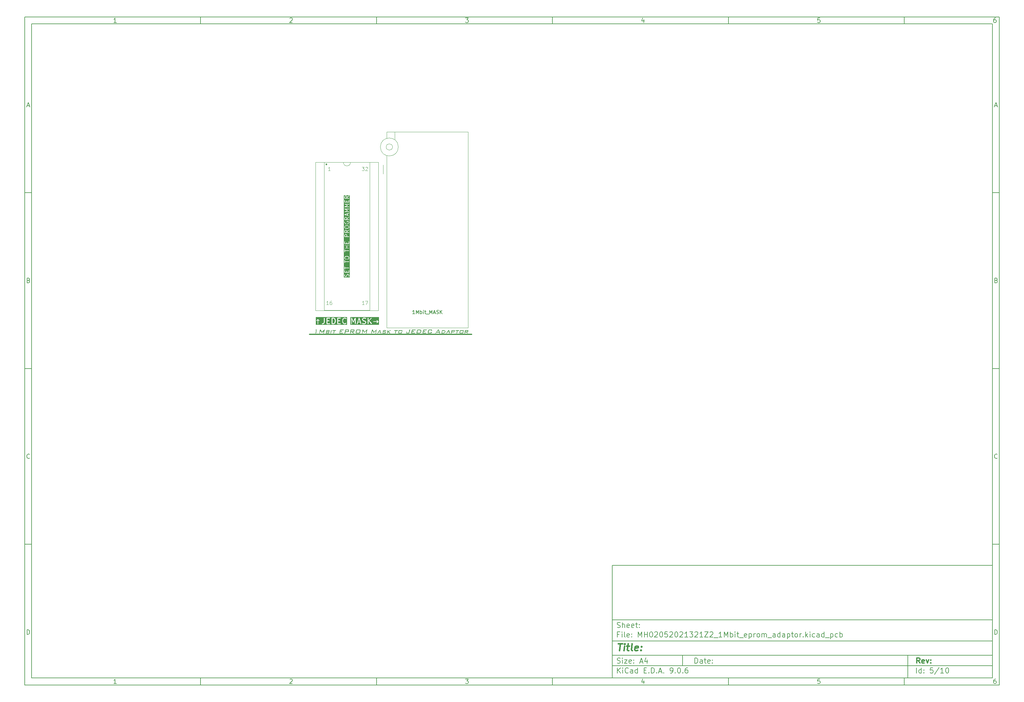
<source format=gbr>
%TF.GenerationSoftware,KiCad,Pcbnew,9.0.6*%
%TF.CreationDate,2026-01-11T11:31:52+09:00*%
%TF.ProjectId,MH02052021321Z2_1Mbit_eprom_adaptor,4d483032-3035-4323-9032-313332315a32,rev?*%
%TF.SameCoordinates,Original*%
%TF.FileFunction,Legend,Top*%
%TF.FilePolarity,Positive*%
%FSLAX46Y46*%
G04 Gerber Fmt 4.6, Leading zero omitted, Abs format (unit mm)*
G04 Created by KiCad (PCBNEW 9.0.6) date 2026-01-11 11:31:52*
%MOMM*%
%LPD*%
G01*
G04 APERTURE LIST*
%ADD10C,0.100000*%
%ADD11C,0.150000*%
%ADD12C,0.300000*%
%ADD13C,0.400000*%
%ADD14C,0.225000*%
%ADD15C,0.200000*%
%ADD16C,0.120000*%
G04 APERTURE END LIST*
D10*
D11*
X177002200Y-166007200D02*
X285002200Y-166007200D01*
X285002200Y-198007200D01*
X177002200Y-198007200D01*
X177002200Y-166007200D01*
D10*
D11*
X10000000Y-10000000D02*
X287002200Y-10000000D01*
X287002200Y-200007200D01*
X10000000Y-200007200D01*
X10000000Y-10000000D01*
D10*
D11*
X12000000Y-12000000D02*
X285002200Y-12000000D01*
X285002200Y-198007200D01*
X12000000Y-198007200D01*
X12000000Y-12000000D01*
D10*
D11*
X60000000Y-12000000D02*
X60000000Y-10000000D01*
D10*
D11*
X110000000Y-12000000D02*
X110000000Y-10000000D01*
D10*
D11*
X160000000Y-12000000D02*
X160000000Y-10000000D01*
D10*
D11*
X210000000Y-12000000D02*
X210000000Y-10000000D01*
D10*
D11*
X260000000Y-12000000D02*
X260000000Y-10000000D01*
D10*
D11*
X36089160Y-11593604D02*
X35346303Y-11593604D01*
X35717731Y-11593604D02*
X35717731Y-10293604D01*
X35717731Y-10293604D02*
X35593922Y-10479319D01*
X35593922Y-10479319D02*
X35470112Y-10603128D01*
X35470112Y-10603128D02*
X35346303Y-10665033D01*
D10*
D11*
X85346303Y-10417414D02*
X85408207Y-10355509D01*
X85408207Y-10355509D02*
X85532017Y-10293604D01*
X85532017Y-10293604D02*
X85841541Y-10293604D01*
X85841541Y-10293604D02*
X85965350Y-10355509D01*
X85965350Y-10355509D02*
X86027255Y-10417414D01*
X86027255Y-10417414D02*
X86089160Y-10541223D01*
X86089160Y-10541223D02*
X86089160Y-10665033D01*
X86089160Y-10665033D02*
X86027255Y-10850747D01*
X86027255Y-10850747D02*
X85284398Y-11593604D01*
X85284398Y-11593604D02*
X86089160Y-11593604D01*
D10*
D11*
X135284398Y-10293604D02*
X136089160Y-10293604D01*
X136089160Y-10293604D02*
X135655826Y-10788842D01*
X135655826Y-10788842D02*
X135841541Y-10788842D01*
X135841541Y-10788842D02*
X135965350Y-10850747D01*
X135965350Y-10850747D02*
X136027255Y-10912652D01*
X136027255Y-10912652D02*
X136089160Y-11036461D01*
X136089160Y-11036461D02*
X136089160Y-11345985D01*
X136089160Y-11345985D02*
X136027255Y-11469795D01*
X136027255Y-11469795D02*
X135965350Y-11531700D01*
X135965350Y-11531700D02*
X135841541Y-11593604D01*
X135841541Y-11593604D02*
X135470112Y-11593604D01*
X135470112Y-11593604D02*
X135346303Y-11531700D01*
X135346303Y-11531700D02*
X135284398Y-11469795D01*
D10*
D11*
X185965350Y-10726938D02*
X185965350Y-11593604D01*
X185655826Y-10231700D02*
X185346303Y-11160271D01*
X185346303Y-11160271D02*
X186151064Y-11160271D01*
D10*
D11*
X236027255Y-10293604D02*
X235408207Y-10293604D01*
X235408207Y-10293604D02*
X235346303Y-10912652D01*
X235346303Y-10912652D02*
X235408207Y-10850747D01*
X235408207Y-10850747D02*
X235532017Y-10788842D01*
X235532017Y-10788842D02*
X235841541Y-10788842D01*
X235841541Y-10788842D02*
X235965350Y-10850747D01*
X235965350Y-10850747D02*
X236027255Y-10912652D01*
X236027255Y-10912652D02*
X236089160Y-11036461D01*
X236089160Y-11036461D02*
X236089160Y-11345985D01*
X236089160Y-11345985D02*
X236027255Y-11469795D01*
X236027255Y-11469795D02*
X235965350Y-11531700D01*
X235965350Y-11531700D02*
X235841541Y-11593604D01*
X235841541Y-11593604D02*
X235532017Y-11593604D01*
X235532017Y-11593604D02*
X235408207Y-11531700D01*
X235408207Y-11531700D02*
X235346303Y-11469795D01*
D10*
D11*
X285965350Y-10293604D02*
X285717731Y-10293604D01*
X285717731Y-10293604D02*
X285593922Y-10355509D01*
X285593922Y-10355509D02*
X285532017Y-10417414D01*
X285532017Y-10417414D02*
X285408207Y-10603128D01*
X285408207Y-10603128D02*
X285346303Y-10850747D01*
X285346303Y-10850747D02*
X285346303Y-11345985D01*
X285346303Y-11345985D02*
X285408207Y-11469795D01*
X285408207Y-11469795D02*
X285470112Y-11531700D01*
X285470112Y-11531700D02*
X285593922Y-11593604D01*
X285593922Y-11593604D02*
X285841541Y-11593604D01*
X285841541Y-11593604D02*
X285965350Y-11531700D01*
X285965350Y-11531700D02*
X286027255Y-11469795D01*
X286027255Y-11469795D02*
X286089160Y-11345985D01*
X286089160Y-11345985D02*
X286089160Y-11036461D01*
X286089160Y-11036461D02*
X286027255Y-10912652D01*
X286027255Y-10912652D02*
X285965350Y-10850747D01*
X285965350Y-10850747D02*
X285841541Y-10788842D01*
X285841541Y-10788842D02*
X285593922Y-10788842D01*
X285593922Y-10788842D02*
X285470112Y-10850747D01*
X285470112Y-10850747D02*
X285408207Y-10912652D01*
X285408207Y-10912652D02*
X285346303Y-11036461D01*
D10*
D11*
X60000000Y-198007200D02*
X60000000Y-200007200D01*
D10*
D11*
X110000000Y-198007200D02*
X110000000Y-200007200D01*
D10*
D11*
X160000000Y-198007200D02*
X160000000Y-200007200D01*
D10*
D11*
X210000000Y-198007200D02*
X210000000Y-200007200D01*
D10*
D11*
X260000000Y-198007200D02*
X260000000Y-200007200D01*
D10*
D11*
X36089160Y-199600804D02*
X35346303Y-199600804D01*
X35717731Y-199600804D02*
X35717731Y-198300804D01*
X35717731Y-198300804D02*
X35593922Y-198486519D01*
X35593922Y-198486519D02*
X35470112Y-198610328D01*
X35470112Y-198610328D02*
X35346303Y-198672233D01*
D10*
D11*
X85346303Y-198424614D02*
X85408207Y-198362709D01*
X85408207Y-198362709D02*
X85532017Y-198300804D01*
X85532017Y-198300804D02*
X85841541Y-198300804D01*
X85841541Y-198300804D02*
X85965350Y-198362709D01*
X85965350Y-198362709D02*
X86027255Y-198424614D01*
X86027255Y-198424614D02*
X86089160Y-198548423D01*
X86089160Y-198548423D02*
X86089160Y-198672233D01*
X86089160Y-198672233D02*
X86027255Y-198857947D01*
X86027255Y-198857947D02*
X85284398Y-199600804D01*
X85284398Y-199600804D02*
X86089160Y-199600804D01*
D10*
D11*
X135284398Y-198300804D02*
X136089160Y-198300804D01*
X136089160Y-198300804D02*
X135655826Y-198796042D01*
X135655826Y-198796042D02*
X135841541Y-198796042D01*
X135841541Y-198796042D02*
X135965350Y-198857947D01*
X135965350Y-198857947D02*
X136027255Y-198919852D01*
X136027255Y-198919852D02*
X136089160Y-199043661D01*
X136089160Y-199043661D02*
X136089160Y-199353185D01*
X136089160Y-199353185D02*
X136027255Y-199476995D01*
X136027255Y-199476995D02*
X135965350Y-199538900D01*
X135965350Y-199538900D02*
X135841541Y-199600804D01*
X135841541Y-199600804D02*
X135470112Y-199600804D01*
X135470112Y-199600804D02*
X135346303Y-199538900D01*
X135346303Y-199538900D02*
X135284398Y-199476995D01*
D10*
D11*
X185965350Y-198734138D02*
X185965350Y-199600804D01*
X185655826Y-198238900D02*
X185346303Y-199167471D01*
X185346303Y-199167471D02*
X186151064Y-199167471D01*
D10*
D11*
X236027255Y-198300804D02*
X235408207Y-198300804D01*
X235408207Y-198300804D02*
X235346303Y-198919852D01*
X235346303Y-198919852D02*
X235408207Y-198857947D01*
X235408207Y-198857947D02*
X235532017Y-198796042D01*
X235532017Y-198796042D02*
X235841541Y-198796042D01*
X235841541Y-198796042D02*
X235965350Y-198857947D01*
X235965350Y-198857947D02*
X236027255Y-198919852D01*
X236027255Y-198919852D02*
X236089160Y-199043661D01*
X236089160Y-199043661D02*
X236089160Y-199353185D01*
X236089160Y-199353185D02*
X236027255Y-199476995D01*
X236027255Y-199476995D02*
X235965350Y-199538900D01*
X235965350Y-199538900D02*
X235841541Y-199600804D01*
X235841541Y-199600804D02*
X235532017Y-199600804D01*
X235532017Y-199600804D02*
X235408207Y-199538900D01*
X235408207Y-199538900D02*
X235346303Y-199476995D01*
D10*
D11*
X285965350Y-198300804D02*
X285717731Y-198300804D01*
X285717731Y-198300804D02*
X285593922Y-198362709D01*
X285593922Y-198362709D02*
X285532017Y-198424614D01*
X285532017Y-198424614D02*
X285408207Y-198610328D01*
X285408207Y-198610328D02*
X285346303Y-198857947D01*
X285346303Y-198857947D02*
X285346303Y-199353185D01*
X285346303Y-199353185D02*
X285408207Y-199476995D01*
X285408207Y-199476995D02*
X285470112Y-199538900D01*
X285470112Y-199538900D02*
X285593922Y-199600804D01*
X285593922Y-199600804D02*
X285841541Y-199600804D01*
X285841541Y-199600804D02*
X285965350Y-199538900D01*
X285965350Y-199538900D02*
X286027255Y-199476995D01*
X286027255Y-199476995D02*
X286089160Y-199353185D01*
X286089160Y-199353185D02*
X286089160Y-199043661D01*
X286089160Y-199043661D02*
X286027255Y-198919852D01*
X286027255Y-198919852D02*
X285965350Y-198857947D01*
X285965350Y-198857947D02*
X285841541Y-198796042D01*
X285841541Y-198796042D02*
X285593922Y-198796042D01*
X285593922Y-198796042D02*
X285470112Y-198857947D01*
X285470112Y-198857947D02*
X285408207Y-198919852D01*
X285408207Y-198919852D02*
X285346303Y-199043661D01*
D10*
D11*
X10000000Y-60000000D02*
X12000000Y-60000000D01*
D10*
D11*
X10000000Y-110000000D02*
X12000000Y-110000000D01*
D10*
D11*
X10000000Y-160000000D02*
X12000000Y-160000000D01*
D10*
D11*
X10690476Y-35222176D02*
X11309523Y-35222176D01*
X10566666Y-35593604D02*
X10999999Y-34293604D01*
X10999999Y-34293604D02*
X11433333Y-35593604D01*
D10*
D11*
X11092857Y-84912652D02*
X11278571Y-84974557D01*
X11278571Y-84974557D02*
X11340476Y-85036461D01*
X11340476Y-85036461D02*
X11402380Y-85160271D01*
X11402380Y-85160271D02*
X11402380Y-85345985D01*
X11402380Y-85345985D02*
X11340476Y-85469795D01*
X11340476Y-85469795D02*
X11278571Y-85531700D01*
X11278571Y-85531700D02*
X11154761Y-85593604D01*
X11154761Y-85593604D02*
X10659523Y-85593604D01*
X10659523Y-85593604D02*
X10659523Y-84293604D01*
X10659523Y-84293604D02*
X11092857Y-84293604D01*
X11092857Y-84293604D02*
X11216666Y-84355509D01*
X11216666Y-84355509D02*
X11278571Y-84417414D01*
X11278571Y-84417414D02*
X11340476Y-84541223D01*
X11340476Y-84541223D02*
X11340476Y-84665033D01*
X11340476Y-84665033D02*
X11278571Y-84788842D01*
X11278571Y-84788842D02*
X11216666Y-84850747D01*
X11216666Y-84850747D02*
X11092857Y-84912652D01*
X11092857Y-84912652D02*
X10659523Y-84912652D01*
D10*
D11*
X11402380Y-135469795D02*
X11340476Y-135531700D01*
X11340476Y-135531700D02*
X11154761Y-135593604D01*
X11154761Y-135593604D02*
X11030952Y-135593604D01*
X11030952Y-135593604D02*
X10845238Y-135531700D01*
X10845238Y-135531700D02*
X10721428Y-135407890D01*
X10721428Y-135407890D02*
X10659523Y-135284080D01*
X10659523Y-135284080D02*
X10597619Y-135036461D01*
X10597619Y-135036461D02*
X10597619Y-134850747D01*
X10597619Y-134850747D02*
X10659523Y-134603128D01*
X10659523Y-134603128D02*
X10721428Y-134479319D01*
X10721428Y-134479319D02*
X10845238Y-134355509D01*
X10845238Y-134355509D02*
X11030952Y-134293604D01*
X11030952Y-134293604D02*
X11154761Y-134293604D01*
X11154761Y-134293604D02*
X11340476Y-134355509D01*
X11340476Y-134355509D02*
X11402380Y-134417414D01*
D10*
D11*
X10659523Y-185593604D02*
X10659523Y-184293604D01*
X10659523Y-184293604D02*
X10969047Y-184293604D01*
X10969047Y-184293604D02*
X11154761Y-184355509D01*
X11154761Y-184355509D02*
X11278571Y-184479319D01*
X11278571Y-184479319D02*
X11340476Y-184603128D01*
X11340476Y-184603128D02*
X11402380Y-184850747D01*
X11402380Y-184850747D02*
X11402380Y-185036461D01*
X11402380Y-185036461D02*
X11340476Y-185284080D01*
X11340476Y-185284080D02*
X11278571Y-185407890D01*
X11278571Y-185407890D02*
X11154761Y-185531700D01*
X11154761Y-185531700D02*
X10969047Y-185593604D01*
X10969047Y-185593604D02*
X10659523Y-185593604D01*
D10*
D11*
X287002200Y-60000000D02*
X285002200Y-60000000D01*
D10*
D11*
X287002200Y-110000000D02*
X285002200Y-110000000D01*
D10*
D11*
X287002200Y-160000000D02*
X285002200Y-160000000D01*
D10*
D11*
X285692676Y-35222176D02*
X286311723Y-35222176D01*
X285568866Y-35593604D02*
X286002199Y-34293604D01*
X286002199Y-34293604D02*
X286435533Y-35593604D01*
D10*
D11*
X286095057Y-84912652D02*
X286280771Y-84974557D01*
X286280771Y-84974557D02*
X286342676Y-85036461D01*
X286342676Y-85036461D02*
X286404580Y-85160271D01*
X286404580Y-85160271D02*
X286404580Y-85345985D01*
X286404580Y-85345985D02*
X286342676Y-85469795D01*
X286342676Y-85469795D02*
X286280771Y-85531700D01*
X286280771Y-85531700D02*
X286156961Y-85593604D01*
X286156961Y-85593604D02*
X285661723Y-85593604D01*
X285661723Y-85593604D02*
X285661723Y-84293604D01*
X285661723Y-84293604D02*
X286095057Y-84293604D01*
X286095057Y-84293604D02*
X286218866Y-84355509D01*
X286218866Y-84355509D02*
X286280771Y-84417414D01*
X286280771Y-84417414D02*
X286342676Y-84541223D01*
X286342676Y-84541223D02*
X286342676Y-84665033D01*
X286342676Y-84665033D02*
X286280771Y-84788842D01*
X286280771Y-84788842D02*
X286218866Y-84850747D01*
X286218866Y-84850747D02*
X286095057Y-84912652D01*
X286095057Y-84912652D02*
X285661723Y-84912652D01*
D10*
D11*
X286404580Y-135469795D02*
X286342676Y-135531700D01*
X286342676Y-135531700D02*
X286156961Y-135593604D01*
X286156961Y-135593604D02*
X286033152Y-135593604D01*
X286033152Y-135593604D02*
X285847438Y-135531700D01*
X285847438Y-135531700D02*
X285723628Y-135407890D01*
X285723628Y-135407890D02*
X285661723Y-135284080D01*
X285661723Y-135284080D02*
X285599819Y-135036461D01*
X285599819Y-135036461D02*
X285599819Y-134850747D01*
X285599819Y-134850747D02*
X285661723Y-134603128D01*
X285661723Y-134603128D02*
X285723628Y-134479319D01*
X285723628Y-134479319D02*
X285847438Y-134355509D01*
X285847438Y-134355509D02*
X286033152Y-134293604D01*
X286033152Y-134293604D02*
X286156961Y-134293604D01*
X286156961Y-134293604D02*
X286342676Y-134355509D01*
X286342676Y-134355509D02*
X286404580Y-134417414D01*
D10*
D11*
X285661723Y-185593604D02*
X285661723Y-184293604D01*
X285661723Y-184293604D02*
X285971247Y-184293604D01*
X285971247Y-184293604D02*
X286156961Y-184355509D01*
X286156961Y-184355509D02*
X286280771Y-184479319D01*
X286280771Y-184479319D02*
X286342676Y-184603128D01*
X286342676Y-184603128D02*
X286404580Y-184850747D01*
X286404580Y-184850747D02*
X286404580Y-185036461D01*
X286404580Y-185036461D02*
X286342676Y-185284080D01*
X286342676Y-185284080D02*
X286280771Y-185407890D01*
X286280771Y-185407890D02*
X286156961Y-185531700D01*
X286156961Y-185531700D02*
X285971247Y-185593604D01*
X285971247Y-185593604D02*
X285661723Y-185593604D01*
D10*
D11*
X200458026Y-193793328D02*
X200458026Y-192293328D01*
X200458026Y-192293328D02*
X200815169Y-192293328D01*
X200815169Y-192293328D02*
X201029455Y-192364757D01*
X201029455Y-192364757D02*
X201172312Y-192507614D01*
X201172312Y-192507614D02*
X201243741Y-192650471D01*
X201243741Y-192650471D02*
X201315169Y-192936185D01*
X201315169Y-192936185D02*
X201315169Y-193150471D01*
X201315169Y-193150471D02*
X201243741Y-193436185D01*
X201243741Y-193436185D02*
X201172312Y-193579042D01*
X201172312Y-193579042D02*
X201029455Y-193721900D01*
X201029455Y-193721900D02*
X200815169Y-193793328D01*
X200815169Y-193793328D02*
X200458026Y-193793328D01*
X202600884Y-193793328D02*
X202600884Y-193007614D01*
X202600884Y-193007614D02*
X202529455Y-192864757D01*
X202529455Y-192864757D02*
X202386598Y-192793328D01*
X202386598Y-192793328D02*
X202100884Y-192793328D01*
X202100884Y-192793328D02*
X201958026Y-192864757D01*
X202600884Y-193721900D02*
X202458026Y-193793328D01*
X202458026Y-193793328D02*
X202100884Y-193793328D01*
X202100884Y-193793328D02*
X201958026Y-193721900D01*
X201958026Y-193721900D02*
X201886598Y-193579042D01*
X201886598Y-193579042D02*
X201886598Y-193436185D01*
X201886598Y-193436185D02*
X201958026Y-193293328D01*
X201958026Y-193293328D02*
X202100884Y-193221900D01*
X202100884Y-193221900D02*
X202458026Y-193221900D01*
X202458026Y-193221900D02*
X202600884Y-193150471D01*
X203100884Y-192793328D02*
X203672312Y-192793328D01*
X203315169Y-192293328D02*
X203315169Y-193579042D01*
X203315169Y-193579042D02*
X203386598Y-193721900D01*
X203386598Y-193721900D02*
X203529455Y-193793328D01*
X203529455Y-193793328D02*
X203672312Y-193793328D01*
X204743741Y-193721900D02*
X204600884Y-193793328D01*
X204600884Y-193793328D02*
X204315170Y-193793328D01*
X204315170Y-193793328D02*
X204172312Y-193721900D01*
X204172312Y-193721900D02*
X204100884Y-193579042D01*
X204100884Y-193579042D02*
X204100884Y-193007614D01*
X204100884Y-193007614D02*
X204172312Y-192864757D01*
X204172312Y-192864757D02*
X204315170Y-192793328D01*
X204315170Y-192793328D02*
X204600884Y-192793328D01*
X204600884Y-192793328D02*
X204743741Y-192864757D01*
X204743741Y-192864757D02*
X204815170Y-193007614D01*
X204815170Y-193007614D02*
X204815170Y-193150471D01*
X204815170Y-193150471D02*
X204100884Y-193293328D01*
X205458026Y-193650471D02*
X205529455Y-193721900D01*
X205529455Y-193721900D02*
X205458026Y-193793328D01*
X205458026Y-193793328D02*
X205386598Y-193721900D01*
X205386598Y-193721900D02*
X205458026Y-193650471D01*
X205458026Y-193650471D02*
X205458026Y-193793328D01*
X205458026Y-192864757D02*
X205529455Y-192936185D01*
X205529455Y-192936185D02*
X205458026Y-193007614D01*
X205458026Y-193007614D02*
X205386598Y-192936185D01*
X205386598Y-192936185D02*
X205458026Y-192864757D01*
X205458026Y-192864757D02*
X205458026Y-193007614D01*
D10*
D11*
X177002200Y-194507200D02*
X285002200Y-194507200D01*
D10*
D11*
X178458026Y-196593328D02*
X178458026Y-195093328D01*
X179315169Y-196593328D02*
X178672312Y-195736185D01*
X179315169Y-195093328D02*
X178458026Y-195950471D01*
X179958026Y-196593328D02*
X179958026Y-195593328D01*
X179958026Y-195093328D02*
X179886598Y-195164757D01*
X179886598Y-195164757D02*
X179958026Y-195236185D01*
X179958026Y-195236185D02*
X180029455Y-195164757D01*
X180029455Y-195164757D02*
X179958026Y-195093328D01*
X179958026Y-195093328D02*
X179958026Y-195236185D01*
X181529455Y-196450471D02*
X181458027Y-196521900D01*
X181458027Y-196521900D02*
X181243741Y-196593328D01*
X181243741Y-196593328D02*
X181100884Y-196593328D01*
X181100884Y-196593328D02*
X180886598Y-196521900D01*
X180886598Y-196521900D02*
X180743741Y-196379042D01*
X180743741Y-196379042D02*
X180672312Y-196236185D01*
X180672312Y-196236185D02*
X180600884Y-195950471D01*
X180600884Y-195950471D02*
X180600884Y-195736185D01*
X180600884Y-195736185D02*
X180672312Y-195450471D01*
X180672312Y-195450471D02*
X180743741Y-195307614D01*
X180743741Y-195307614D02*
X180886598Y-195164757D01*
X180886598Y-195164757D02*
X181100884Y-195093328D01*
X181100884Y-195093328D02*
X181243741Y-195093328D01*
X181243741Y-195093328D02*
X181458027Y-195164757D01*
X181458027Y-195164757D02*
X181529455Y-195236185D01*
X182815170Y-196593328D02*
X182815170Y-195807614D01*
X182815170Y-195807614D02*
X182743741Y-195664757D01*
X182743741Y-195664757D02*
X182600884Y-195593328D01*
X182600884Y-195593328D02*
X182315170Y-195593328D01*
X182315170Y-195593328D02*
X182172312Y-195664757D01*
X182815170Y-196521900D02*
X182672312Y-196593328D01*
X182672312Y-196593328D02*
X182315170Y-196593328D01*
X182315170Y-196593328D02*
X182172312Y-196521900D01*
X182172312Y-196521900D02*
X182100884Y-196379042D01*
X182100884Y-196379042D02*
X182100884Y-196236185D01*
X182100884Y-196236185D02*
X182172312Y-196093328D01*
X182172312Y-196093328D02*
X182315170Y-196021900D01*
X182315170Y-196021900D02*
X182672312Y-196021900D01*
X182672312Y-196021900D02*
X182815170Y-195950471D01*
X184172313Y-196593328D02*
X184172313Y-195093328D01*
X184172313Y-196521900D02*
X184029455Y-196593328D01*
X184029455Y-196593328D02*
X183743741Y-196593328D01*
X183743741Y-196593328D02*
X183600884Y-196521900D01*
X183600884Y-196521900D02*
X183529455Y-196450471D01*
X183529455Y-196450471D02*
X183458027Y-196307614D01*
X183458027Y-196307614D02*
X183458027Y-195879042D01*
X183458027Y-195879042D02*
X183529455Y-195736185D01*
X183529455Y-195736185D02*
X183600884Y-195664757D01*
X183600884Y-195664757D02*
X183743741Y-195593328D01*
X183743741Y-195593328D02*
X184029455Y-195593328D01*
X184029455Y-195593328D02*
X184172313Y-195664757D01*
X186029455Y-195807614D02*
X186529455Y-195807614D01*
X186743741Y-196593328D02*
X186029455Y-196593328D01*
X186029455Y-196593328D02*
X186029455Y-195093328D01*
X186029455Y-195093328D02*
X186743741Y-195093328D01*
X187386598Y-196450471D02*
X187458027Y-196521900D01*
X187458027Y-196521900D02*
X187386598Y-196593328D01*
X187386598Y-196593328D02*
X187315170Y-196521900D01*
X187315170Y-196521900D02*
X187386598Y-196450471D01*
X187386598Y-196450471D02*
X187386598Y-196593328D01*
X188100884Y-196593328D02*
X188100884Y-195093328D01*
X188100884Y-195093328D02*
X188458027Y-195093328D01*
X188458027Y-195093328D02*
X188672313Y-195164757D01*
X188672313Y-195164757D02*
X188815170Y-195307614D01*
X188815170Y-195307614D02*
X188886599Y-195450471D01*
X188886599Y-195450471D02*
X188958027Y-195736185D01*
X188958027Y-195736185D02*
X188958027Y-195950471D01*
X188958027Y-195950471D02*
X188886599Y-196236185D01*
X188886599Y-196236185D02*
X188815170Y-196379042D01*
X188815170Y-196379042D02*
X188672313Y-196521900D01*
X188672313Y-196521900D02*
X188458027Y-196593328D01*
X188458027Y-196593328D02*
X188100884Y-196593328D01*
X189600884Y-196450471D02*
X189672313Y-196521900D01*
X189672313Y-196521900D02*
X189600884Y-196593328D01*
X189600884Y-196593328D02*
X189529456Y-196521900D01*
X189529456Y-196521900D02*
X189600884Y-196450471D01*
X189600884Y-196450471D02*
X189600884Y-196593328D01*
X190243742Y-196164757D02*
X190958028Y-196164757D01*
X190100885Y-196593328D02*
X190600885Y-195093328D01*
X190600885Y-195093328D02*
X191100885Y-196593328D01*
X191600884Y-196450471D02*
X191672313Y-196521900D01*
X191672313Y-196521900D02*
X191600884Y-196593328D01*
X191600884Y-196593328D02*
X191529456Y-196521900D01*
X191529456Y-196521900D02*
X191600884Y-196450471D01*
X191600884Y-196450471D02*
X191600884Y-196593328D01*
X193529456Y-196593328D02*
X193815170Y-196593328D01*
X193815170Y-196593328D02*
X193958027Y-196521900D01*
X193958027Y-196521900D02*
X194029456Y-196450471D01*
X194029456Y-196450471D02*
X194172313Y-196236185D01*
X194172313Y-196236185D02*
X194243742Y-195950471D01*
X194243742Y-195950471D02*
X194243742Y-195379042D01*
X194243742Y-195379042D02*
X194172313Y-195236185D01*
X194172313Y-195236185D02*
X194100885Y-195164757D01*
X194100885Y-195164757D02*
X193958027Y-195093328D01*
X193958027Y-195093328D02*
X193672313Y-195093328D01*
X193672313Y-195093328D02*
X193529456Y-195164757D01*
X193529456Y-195164757D02*
X193458027Y-195236185D01*
X193458027Y-195236185D02*
X193386599Y-195379042D01*
X193386599Y-195379042D02*
X193386599Y-195736185D01*
X193386599Y-195736185D02*
X193458027Y-195879042D01*
X193458027Y-195879042D02*
X193529456Y-195950471D01*
X193529456Y-195950471D02*
X193672313Y-196021900D01*
X193672313Y-196021900D02*
X193958027Y-196021900D01*
X193958027Y-196021900D02*
X194100885Y-195950471D01*
X194100885Y-195950471D02*
X194172313Y-195879042D01*
X194172313Y-195879042D02*
X194243742Y-195736185D01*
X194886598Y-196450471D02*
X194958027Y-196521900D01*
X194958027Y-196521900D02*
X194886598Y-196593328D01*
X194886598Y-196593328D02*
X194815170Y-196521900D01*
X194815170Y-196521900D02*
X194886598Y-196450471D01*
X194886598Y-196450471D02*
X194886598Y-196593328D01*
X195886599Y-195093328D02*
X196029456Y-195093328D01*
X196029456Y-195093328D02*
X196172313Y-195164757D01*
X196172313Y-195164757D02*
X196243742Y-195236185D01*
X196243742Y-195236185D02*
X196315170Y-195379042D01*
X196315170Y-195379042D02*
X196386599Y-195664757D01*
X196386599Y-195664757D02*
X196386599Y-196021900D01*
X196386599Y-196021900D02*
X196315170Y-196307614D01*
X196315170Y-196307614D02*
X196243742Y-196450471D01*
X196243742Y-196450471D02*
X196172313Y-196521900D01*
X196172313Y-196521900D02*
X196029456Y-196593328D01*
X196029456Y-196593328D02*
X195886599Y-196593328D01*
X195886599Y-196593328D02*
X195743742Y-196521900D01*
X195743742Y-196521900D02*
X195672313Y-196450471D01*
X195672313Y-196450471D02*
X195600884Y-196307614D01*
X195600884Y-196307614D02*
X195529456Y-196021900D01*
X195529456Y-196021900D02*
X195529456Y-195664757D01*
X195529456Y-195664757D02*
X195600884Y-195379042D01*
X195600884Y-195379042D02*
X195672313Y-195236185D01*
X195672313Y-195236185D02*
X195743742Y-195164757D01*
X195743742Y-195164757D02*
X195886599Y-195093328D01*
X197029455Y-196450471D02*
X197100884Y-196521900D01*
X197100884Y-196521900D02*
X197029455Y-196593328D01*
X197029455Y-196593328D02*
X196958027Y-196521900D01*
X196958027Y-196521900D02*
X197029455Y-196450471D01*
X197029455Y-196450471D02*
X197029455Y-196593328D01*
X198386599Y-195093328D02*
X198100884Y-195093328D01*
X198100884Y-195093328D02*
X197958027Y-195164757D01*
X197958027Y-195164757D02*
X197886599Y-195236185D01*
X197886599Y-195236185D02*
X197743741Y-195450471D01*
X197743741Y-195450471D02*
X197672313Y-195736185D01*
X197672313Y-195736185D02*
X197672313Y-196307614D01*
X197672313Y-196307614D02*
X197743741Y-196450471D01*
X197743741Y-196450471D02*
X197815170Y-196521900D01*
X197815170Y-196521900D02*
X197958027Y-196593328D01*
X197958027Y-196593328D02*
X198243741Y-196593328D01*
X198243741Y-196593328D02*
X198386599Y-196521900D01*
X198386599Y-196521900D02*
X198458027Y-196450471D01*
X198458027Y-196450471D02*
X198529456Y-196307614D01*
X198529456Y-196307614D02*
X198529456Y-195950471D01*
X198529456Y-195950471D02*
X198458027Y-195807614D01*
X198458027Y-195807614D02*
X198386599Y-195736185D01*
X198386599Y-195736185D02*
X198243741Y-195664757D01*
X198243741Y-195664757D02*
X197958027Y-195664757D01*
X197958027Y-195664757D02*
X197815170Y-195736185D01*
X197815170Y-195736185D02*
X197743741Y-195807614D01*
X197743741Y-195807614D02*
X197672313Y-195950471D01*
D10*
D11*
X177002200Y-191507200D02*
X285002200Y-191507200D01*
D10*
D12*
X264413853Y-193785528D02*
X263913853Y-193071242D01*
X263556710Y-193785528D02*
X263556710Y-192285528D01*
X263556710Y-192285528D02*
X264128139Y-192285528D01*
X264128139Y-192285528D02*
X264270996Y-192356957D01*
X264270996Y-192356957D02*
X264342425Y-192428385D01*
X264342425Y-192428385D02*
X264413853Y-192571242D01*
X264413853Y-192571242D02*
X264413853Y-192785528D01*
X264413853Y-192785528D02*
X264342425Y-192928385D01*
X264342425Y-192928385D02*
X264270996Y-192999814D01*
X264270996Y-192999814D02*
X264128139Y-193071242D01*
X264128139Y-193071242D02*
X263556710Y-193071242D01*
X265628139Y-193714100D02*
X265485282Y-193785528D01*
X265485282Y-193785528D02*
X265199568Y-193785528D01*
X265199568Y-193785528D02*
X265056710Y-193714100D01*
X265056710Y-193714100D02*
X264985282Y-193571242D01*
X264985282Y-193571242D02*
X264985282Y-192999814D01*
X264985282Y-192999814D02*
X265056710Y-192856957D01*
X265056710Y-192856957D02*
X265199568Y-192785528D01*
X265199568Y-192785528D02*
X265485282Y-192785528D01*
X265485282Y-192785528D02*
X265628139Y-192856957D01*
X265628139Y-192856957D02*
X265699568Y-192999814D01*
X265699568Y-192999814D02*
X265699568Y-193142671D01*
X265699568Y-193142671D02*
X264985282Y-193285528D01*
X266199567Y-192785528D02*
X266556710Y-193785528D01*
X266556710Y-193785528D02*
X266913853Y-192785528D01*
X267485281Y-193642671D02*
X267556710Y-193714100D01*
X267556710Y-193714100D02*
X267485281Y-193785528D01*
X267485281Y-193785528D02*
X267413853Y-193714100D01*
X267413853Y-193714100D02*
X267485281Y-193642671D01*
X267485281Y-193642671D02*
X267485281Y-193785528D01*
X267485281Y-192856957D02*
X267556710Y-192928385D01*
X267556710Y-192928385D02*
X267485281Y-192999814D01*
X267485281Y-192999814D02*
X267413853Y-192928385D01*
X267413853Y-192928385D02*
X267485281Y-192856957D01*
X267485281Y-192856957D02*
X267485281Y-192999814D01*
D10*
D11*
X178386598Y-193721900D02*
X178600884Y-193793328D01*
X178600884Y-193793328D02*
X178958026Y-193793328D01*
X178958026Y-193793328D02*
X179100884Y-193721900D01*
X179100884Y-193721900D02*
X179172312Y-193650471D01*
X179172312Y-193650471D02*
X179243741Y-193507614D01*
X179243741Y-193507614D02*
X179243741Y-193364757D01*
X179243741Y-193364757D02*
X179172312Y-193221900D01*
X179172312Y-193221900D02*
X179100884Y-193150471D01*
X179100884Y-193150471D02*
X178958026Y-193079042D01*
X178958026Y-193079042D02*
X178672312Y-193007614D01*
X178672312Y-193007614D02*
X178529455Y-192936185D01*
X178529455Y-192936185D02*
X178458026Y-192864757D01*
X178458026Y-192864757D02*
X178386598Y-192721900D01*
X178386598Y-192721900D02*
X178386598Y-192579042D01*
X178386598Y-192579042D02*
X178458026Y-192436185D01*
X178458026Y-192436185D02*
X178529455Y-192364757D01*
X178529455Y-192364757D02*
X178672312Y-192293328D01*
X178672312Y-192293328D02*
X179029455Y-192293328D01*
X179029455Y-192293328D02*
X179243741Y-192364757D01*
X179886597Y-193793328D02*
X179886597Y-192793328D01*
X179886597Y-192293328D02*
X179815169Y-192364757D01*
X179815169Y-192364757D02*
X179886597Y-192436185D01*
X179886597Y-192436185D02*
X179958026Y-192364757D01*
X179958026Y-192364757D02*
X179886597Y-192293328D01*
X179886597Y-192293328D02*
X179886597Y-192436185D01*
X180458026Y-192793328D02*
X181243741Y-192793328D01*
X181243741Y-192793328D02*
X180458026Y-193793328D01*
X180458026Y-193793328D02*
X181243741Y-193793328D01*
X182386598Y-193721900D02*
X182243741Y-193793328D01*
X182243741Y-193793328D02*
X181958027Y-193793328D01*
X181958027Y-193793328D02*
X181815169Y-193721900D01*
X181815169Y-193721900D02*
X181743741Y-193579042D01*
X181743741Y-193579042D02*
X181743741Y-193007614D01*
X181743741Y-193007614D02*
X181815169Y-192864757D01*
X181815169Y-192864757D02*
X181958027Y-192793328D01*
X181958027Y-192793328D02*
X182243741Y-192793328D01*
X182243741Y-192793328D02*
X182386598Y-192864757D01*
X182386598Y-192864757D02*
X182458027Y-193007614D01*
X182458027Y-193007614D02*
X182458027Y-193150471D01*
X182458027Y-193150471D02*
X181743741Y-193293328D01*
X183100883Y-193650471D02*
X183172312Y-193721900D01*
X183172312Y-193721900D02*
X183100883Y-193793328D01*
X183100883Y-193793328D02*
X183029455Y-193721900D01*
X183029455Y-193721900D02*
X183100883Y-193650471D01*
X183100883Y-193650471D02*
X183100883Y-193793328D01*
X183100883Y-192864757D02*
X183172312Y-192936185D01*
X183172312Y-192936185D02*
X183100883Y-193007614D01*
X183100883Y-193007614D02*
X183029455Y-192936185D01*
X183029455Y-192936185D02*
X183100883Y-192864757D01*
X183100883Y-192864757D02*
X183100883Y-193007614D01*
X184886598Y-193364757D02*
X185600884Y-193364757D01*
X184743741Y-193793328D02*
X185243741Y-192293328D01*
X185243741Y-192293328D02*
X185743741Y-193793328D01*
X186886598Y-192793328D02*
X186886598Y-193793328D01*
X186529455Y-192221900D02*
X186172312Y-193293328D01*
X186172312Y-193293328D02*
X187100883Y-193293328D01*
D10*
D11*
X263458026Y-196593328D02*
X263458026Y-195093328D01*
X264815170Y-196593328D02*
X264815170Y-195093328D01*
X264815170Y-196521900D02*
X264672312Y-196593328D01*
X264672312Y-196593328D02*
X264386598Y-196593328D01*
X264386598Y-196593328D02*
X264243741Y-196521900D01*
X264243741Y-196521900D02*
X264172312Y-196450471D01*
X264172312Y-196450471D02*
X264100884Y-196307614D01*
X264100884Y-196307614D02*
X264100884Y-195879042D01*
X264100884Y-195879042D02*
X264172312Y-195736185D01*
X264172312Y-195736185D02*
X264243741Y-195664757D01*
X264243741Y-195664757D02*
X264386598Y-195593328D01*
X264386598Y-195593328D02*
X264672312Y-195593328D01*
X264672312Y-195593328D02*
X264815170Y-195664757D01*
X265529455Y-196450471D02*
X265600884Y-196521900D01*
X265600884Y-196521900D02*
X265529455Y-196593328D01*
X265529455Y-196593328D02*
X265458027Y-196521900D01*
X265458027Y-196521900D02*
X265529455Y-196450471D01*
X265529455Y-196450471D02*
X265529455Y-196593328D01*
X265529455Y-195664757D02*
X265600884Y-195736185D01*
X265600884Y-195736185D02*
X265529455Y-195807614D01*
X265529455Y-195807614D02*
X265458027Y-195736185D01*
X265458027Y-195736185D02*
X265529455Y-195664757D01*
X265529455Y-195664757D02*
X265529455Y-195807614D01*
X268100884Y-195093328D02*
X267386598Y-195093328D01*
X267386598Y-195093328D02*
X267315170Y-195807614D01*
X267315170Y-195807614D02*
X267386598Y-195736185D01*
X267386598Y-195736185D02*
X267529456Y-195664757D01*
X267529456Y-195664757D02*
X267886598Y-195664757D01*
X267886598Y-195664757D02*
X268029456Y-195736185D01*
X268029456Y-195736185D02*
X268100884Y-195807614D01*
X268100884Y-195807614D02*
X268172313Y-195950471D01*
X268172313Y-195950471D02*
X268172313Y-196307614D01*
X268172313Y-196307614D02*
X268100884Y-196450471D01*
X268100884Y-196450471D02*
X268029456Y-196521900D01*
X268029456Y-196521900D02*
X267886598Y-196593328D01*
X267886598Y-196593328D02*
X267529456Y-196593328D01*
X267529456Y-196593328D02*
X267386598Y-196521900D01*
X267386598Y-196521900D02*
X267315170Y-196450471D01*
X269886598Y-195021900D02*
X268600884Y-196950471D01*
X271172313Y-196593328D02*
X270315170Y-196593328D01*
X270743741Y-196593328D02*
X270743741Y-195093328D01*
X270743741Y-195093328D02*
X270600884Y-195307614D01*
X270600884Y-195307614D02*
X270458027Y-195450471D01*
X270458027Y-195450471D02*
X270315170Y-195521900D01*
X272100884Y-195093328D02*
X272243741Y-195093328D01*
X272243741Y-195093328D02*
X272386598Y-195164757D01*
X272386598Y-195164757D02*
X272458027Y-195236185D01*
X272458027Y-195236185D02*
X272529455Y-195379042D01*
X272529455Y-195379042D02*
X272600884Y-195664757D01*
X272600884Y-195664757D02*
X272600884Y-196021900D01*
X272600884Y-196021900D02*
X272529455Y-196307614D01*
X272529455Y-196307614D02*
X272458027Y-196450471D01*
X272458027Y-196450471D02*
X272386598Y-196521900D01*
X272386598Y-196521900D02*
X272243741Y-196593328D01*
X272243741Y-196593328D02*
X272100884Y-196593328D01*
X272100884Y-196593328D02*
X271958027Y-196521900D01*
X271958027Y-196521900D02*
X271886598Y-196450471D01*
X271886598Y-196450471D02*
X271815169Y-196307614D01*
X271815169Y-196307614D02*
X271743741Y-196021900D01*
X271743741Y-196021900D02*
X271743741Y-195664757D01*
X271743741Y-195664757D02*
X271815169Y-195379042D01*
X271815169Y-195379042D02*
X271886598Y-195236185D01*
X271886598Y-195236185D02*
X271958027Y-195164757D01*
X271958027Y-195164757D02*
X272100884Y-195093328D01*
D10*
D11*
X177002200Y-187507200D02*
X285002200Y-187507200D01*
D10*
D13*
X178693928Y-188211638D02*
X179836785Y-188211638D01*
X179015357Y-190211638D02*
X179265357Y-188211638D01*
X180253452Y-190211638D02*
X180420119Y-188878304D01*
X180503452Y-188211638D02*
X180396309Y-188306876D01*
X180396309Y-188306876D02*
X180479643Y-188402114D01*
X180479643Y-188402114D02*
X180586786Y-188306876D01*
X180586786Y-188306876D02*
X180503452Y-188211638D01*
X180503452Y-188211638D02*
X180479643Y-188402114D01*
X181086786Y-188878304D02*
X181848690Y-188878304D01*
X181455833Y-188211638D02*
X181241548Y-189925923D01*
X181241548Y-189925923D02*
X181312976Y-190116400D01*
X181312976Y-190116400D02*
X181491548Y-190211638D01*
X181491548Y-190211638D02*
X181682024Y-190211638D01*
X182634405Y-190211638D02*
X182455833Y-190116400D01*
X182455833Y-190116400D02*
X182384405Y-189925923D01*
X182384405Y-189925923D02*
X182598690Y-188211638D01*
X184170119Y-190116400D02*
X183967738Y-190211638D01*
X183967738Y-190211638D02*
X183586785Y-190211638D01*
X183586785Y-190211638D02*
X183408214Y-190116400D01*
X183408214Y-190116400D02*
X183336785Y-189925923D01*
X183336785Y-189925923D02*
X183432024Y-189164019D01*
X183432024Y-189164019D02*
X183551071Y-188973542D01*
X183551071Y-188973542D02*
X183753452Y-188878304D01*
X183753452Y-188878304D02*
X184134404Y-188878304D01*
X184134404Y-188878304D02*
X184312976Y-188973542D01*
X184312976Y-188973542D02*
X184384404Y-189164019D01*
X184384404Y-189164019D02*
X184360595Y-189354495D01*
X184360595Y-189354495D02*
X183384404Y-189544971D01*
X185134405Y-190021161D02*
X185217738Y-190116400D01*
X185217738Y-190116400D02*
X185110595Y-190211638D01*
X185110595Y-190211638D02*
X185027262Y-190116400D01*
X185027262Y-190116400D02*
X185134405Y-190021161D01*
X185134405Y-190021161D02*
X185110595Y-190211638D01*
X185265357Y-188973542D02*
X185348690Y-189068780D01*
X185348690Y-189068780D02*
X185241548Y-189164019D01*
X185241548Y-189164019D02*
X185158214Y-189068780D01*
X185158214Y-189068780D02*
X185265357Y-188973542D01*
X185265357Y-188973542D02*
X185241548Y-189164019D01*
D10*
D11*
X178958026Y-185607614D02*
X178458026Y-185607614D01*
X178458026Y-186393328D02*
X178458026Y-184893328D01*
X178458026Y-184893328D02*
X179172312Y-184893328D01*
X179743740Y-186393328D02*
X179743740Y-185393328D01*
X179743740Y-184893328D02*
X179672312Y-184964757D01*
X179672312Y-184964757D02*
X179743740Y-185036185D01*
X179743740Y-185036185D02*
X179815169Y-184964757D01*
X179815169Y-184964757D02*
X179743740Y-184893328D01*
X179743740Y-184893328D02*
X179743740Y-185036185D01*
X180672312Y-186393328D02*
X180529455Y-186321900D01*
X180529455Y-186321900D02*
X180458026Y-186179042D01*
X180458026Y-186179042D02*
X180458026Y-184893328D01*
X181815169Y-186321900D02*
X181672312Y-186393328D01*
X181672312Y-186393328D02*
X181386598Y-186393328D01*
X181386598Y-186393328D02*
X181243740Y-186321900D01*
X181243740Y-186321900D02*
X181172312Y-186179042D01*
X181172312Y-186179042D02*
X181172312Y-185607614D01*
X181172312Y-185607614D02*
X181243740Y-185464757D01*
X181243740Y-185464757D02*
X181386598Y-185393328D01*
X181386598Y-185393328D02*
X181672312Y-185393328D01*
X181672312Y-185393328D02*
X181815169Y-185464757D01*
X181815169Y-185464757D02*
X181886598Y-185607614D01*
X181886598Y-185607614D02*
X181886598Y-185750471D01*
X181886598Y-185750471D02*
X181172312Y-185893328D01*
X182529454Y-186250471D02*
X182600883Y-186321900D01*
X182600883Y-186321900D02*
X182529454Y-186393328D01*
X182529454Y-186393328D02*
X182458026Y-186321900D01*
X182458026Y-186321900D02*
X182529454Y-186250471D01*
X182529454Y-186250471D02*
X182529454Y-186393328D01*
X182529454Y-185464757D02*
X182600883Y-185536185D01*
X182600883Y-185536185D02*
X182529454Y-185607614D01*
X182529454Y-185607614D02*
X182458026Y-185536185D01*
X182458026Y-185536185D02*
X182529454Y-185464757D01*
X182529454Y-185464757D02*
X182529454Y-185607614D01*
X184386597Y-186393328D02*
X184386597Y-184893328D01*
X184386597Y-184893328D02*
X184886597Y-185964757D01*
X184886597Y-185964757D02*
X185386597Y-184893328D01*
X185386597Y-184893328D02*
X185386597Y-186393328D01*
X186100883Y-186393328D02*
X186100883Y-184893328D01*
X186100883Y-185607614D02*
X186958026Y-185607614D01*
X186958026Y-186393328D02*
X186958026Y-184893328D01*
X187958027Y-184893328D02*
X188100884Y-184893328D01*
X188100884Y-184893328D02*
X188243741Y-184964757D01*
X188243741Y-184964757D02*
X188315170Y-185036185D01*
X188315170Y-185036185D02*
X188386598Y-185179042D01*
X188386598Y-185179042D02*
X188458027Y-185464757D01*
X188458027Y-185464757D02*
X188458027Y-185821900D01*
X188458027Y-185821900D02*
X188386598Y-186107614D01*
X188386598Y-186107614D02*
X188315170Y-186250471D01*
X188315170Y-186250471D02*
X188243741Y-186321900D01*
X188243741Y-186321900D02*
X188100884Y-186393328D01*
X188100884Y-186393328D02*
X187958027Y-186393328D01*
X187958027Y-186393328D02*
X187815170Y-186321900D01*
X187815170Y-186321900D02*
X187743741Y-186250471D01*
X187743741Y-186250471D02*
X187672312Y-186107614D01*
X187672312Y-186107614D02*
X187600884Y-185821900D01*
X187600884Y-185821900D02*
X187600884Y-185464757D01*
X187600884Y-185464757D02*
X187672312Y-185179042D01*
X187672312Y-185179042D02*
X187743741Y-185036185D01*
X187743741Y-185036185D02*
X187815170Y-184964757D01*
X187815170Y-184964757D02*
X187958027Y-184893328D01*
X189029455Y-185036185D02*
X189100883Y-184964757D01*
X189100883Y-184964757D02*
X189243741Y-184893328D01*
X189243741Y-184893328D02*
X189600883Y-184893328D01*
X189600883Y-184893328D02*
X189743741Y-184964757D01*
X189743741Y-184964757D02*
X189815169Y-185036185D01*
X189815169Y-185036185D02*
X189886598Y-185179042D01*
X189886598Y-185179042D02*
X189886598Y-185321900D01*
X189886598Y-185321900D02*
X189815169Y-185536185D01*
X189815169Y-185536185D02*
X188958026Y-186393328D01*
X188958026Y-186393328D02*
X189886598Y-186393328D01*
X190815169Y-184893328D02*
X190958026Y-184893328D01*
X190958026Y-184893328D02*
X191100883Y-184964757D01*
X191100883Y-184964757D02*
X191172312Y-185036185D01*
X191172312Y-185036185D02*
X191243740Y-185179042D01*
X191243740Y-185179042D02*
X191315169Y-185464757D01*
X191315169Y-185464757D02*
X191315169Y-185821900D01*
X191315169Y-185821900D02*
X191243740Y-186107614D01*
X191243740Y-186107614D02*
X191172312Y-186250471D01*
X191172312Y-186250471D02*
X191100883Y-186321900D01*
X191100883Y-186321900D02*
X190958026Y-186393328D01*
X190958026Y-186393328D02*
X190815169Y-186393328D01*
X190815169Y-186393328D02*
X190672312Y-186321900D01*
X190672312Y-186321900D02*
X190600883Y-186250471D01*
X190600883Y-186250471D02*
X190529454Y-186107614D01*
X190529454Y-186107614D02*
X190458026Y-185821900D01*
X190458026Y-185821900D02*
X190458026Y-185464757D01*
X190458026Y-185464757D02*
X190529454Y-185179042D01*
X190529454Y-185179042D02*
X190600883Y-185036185D01*
X190600883Y-185036185D02*
X190672312Y-184964757D01*
X190672312Y-184964757D02*
X190815169Y-184893328D01*
X192672311Y-184893328D02*
X191958025Y-184893328D01*
X191958025Y-184893328D02*
X191886597Y-185607614D01*
X191886597Y-185607614D02*
X191958025Y-185536185D01*
X191958025Y-185536185D02*
X192100883Y-185464757D01*
X192100883Y-185464757D02*
X192458025Y-185464757D01*
X192458025Y-185464757D02*
X192600883Y-185536185D01*
X192600883Y-185536185D02*
X192672311Y-185607614D01*
X192672311Y-185607614D02*
X192743740Y-185750471D01*
X192743740Y-185750471D02*
X192743740Y-186107614D01*
X192743740Y-186107614D02*
X192672311Y-186250471D01*
X192672311Y-186250471D02*
X192600883Y-186321900D01*
X192600883Y-186321900D02*
X192458025Y-186393328D01*
X192458025Y-186393328D02*
X192100883Y-186393328D01*
X192100883Y-186393328D02*
X191958025Y-186321900D01*
X191958025Y-186321900D02*
X191886597Y-186250471D01*
X193315168Y-185036185D02*
X193386596Y-184964757D01*
X193386596Y-184964757D02*
X193529454Y-184893328D01*
X193529454Y-184893328D02*
X193886596Y-184893328D01*
X193886596Y-184893328D02*
X194029454Y-184964757D01*
X194029454Y-184964757D02*
X194100882Y-185036185D01*
X194100882Y-185036185D02*
X194172311Y-185179042D01*
X194172311Y-185179042D02*
X194172311Y-185321900D01*
X194172311Y-185321900D02*
X194100882Y-185536185D01*
X194100882Y-185536185D02*
X193243739Y-186393328D01*
X193243739Y-186393328D02*
X194172311Y-186393328D01*
X195100882Y-184893328D02*
X195243739Y-184893328D01*
X195243739Y-184893328D02*
X195386596Y-184964757D01*
X195386596Y-184964757D02*
X195458025Y-185036185D01*
X195458025Y-185036185D02*
X195529453Y-185179042D01*
X195529453Y-185179042D02*
X195600882Y-185464757D01*
X195600882Y-185464757D02*
X195600882Y-185821900D01*
X195600882Y-185821900D02*
X195529453Y-186107614D01*
X195529453Y-186107614D02*
X195458025Y-186250471D01*
X195458025Y-186250471D02*
X195386596Y-186321900D01*
X195386596Y-186321900D02*
X195243739Y-186393328D01*
X195243739Y-186393328D02*
X195100882Y-186393328D01*
X195100882Y-186393328D02*
X194958025Y-186321900D01*
X194958025Y-186321900D02*
X194886596Y-186250471D01*
X194886596Y-186250471D02*
X194815167Y-186107614D01*
X194815167Y-186107614D02*
X194743739Y-185821900D01*
X194743739Y-185821900D02*
X194743739Y-185464757D01*
X194743739Y-185464757D02*
X194815167Y-185179042D01*
X194815167Y-185179042D02*
X194886596Y-185036185D01*
X194886596Y-185036185D02*
X194958025Y-184964757D01*
X194958025Y-184964757D02*
X195100882Y-184893328D01*
X196172310Y-185036185D02*
X196243738Y-184964757D01*
X196243738Y-184964757D02*
X196386596Y-184893328D01*
X196386596Y-184893328D02*
X196743738Y-184893328D01*
X196743738Y-184893328D02*
X196886596Y-184964757D01*
X196886596Y-184964757D02*
X196958024Y-185036185D01*
X196958024Y-185036185D02*
X197029453Y-185179042D01*
X197029453Y-185179042D02*
X197029453Y-185321900D01*
X197029453Y-185321900D02*
X196958024Y-185536185D01*
X196958024Y-185536185D02*
X196100881Y-186393328D01*
X196100881Y-186393328D02*
X197029453Y-186393328D01*
X198458024Y-186393328D02*
X197600881Y-186393328D01*
X198029452Y-186393328D02*
X198029452Y-184893328D01*
X198029452Y-184893328D02*
X197886595Y-185107614D01*
X197886595Y-185107614D02*
X197743738Y-185250471D01*
X197743738Y-185250471D02*
X197600881Y-185321900D01*
X198958023Y-184893328D02*
X199886595Y-184893328D01*
X199886595Y-184893328D02*
X199386595Y-185464757D01*
X199386595Y-185464757D02*
X199600880Y-185464757D01*
X199600880Y-185464757D02*
X199743738Y-185536185D01*
X199743738Y-185536185D02*
X199815166Y-185607614D01*
X199815166Y-185607614D02*
X199886595Y-185750471D01*
X199886595Y-185750471D02*
X199886595Y-186107614D01*
X199886595Y-186107614D02*
X199815166Y-186250471D01*
X199815166Y-186250471D02*
X199743738Y-186321900D01*
X199743738Y-186321900D02*
X199600880Y-186393328D01*
X199600880Y-186393328D02*
X199172309Y-186393328D01*
X199172309Y-186393328D02*
X199029452Y-186321900D01*
X199029452Y-186321900D02*
X198958023Y-186250471D01*
X200458023Y-185036185D02*
X200529451Y-184964757D01*
X200529451Y-184964757D02*
X200672309Y-184893328D01*
X200672309Y-184893328D02*
X201029451Y-184893328D01*
X201029451Y-184893328D02*
X201172309Y-184964757D01*
X201172309Y-184964757D02*
X201243737Y-185036185D01*
X201243737Y-185036185D02*
X201315166Y-185179042D01*
X201315166Y-185179042D02*
X201315166Y-185321900D01*
X201315166Y-185321900D02*
X201243737Y-185536185D01*
X201243737Y-185536185D02*
X200386594Y-186393328D01*
X200386594Y-186393328D02*
X201315166Y-186393328D01*
X202743737Y-186393328D02*
X201886594Y-186393328D01*
X202315165Y-186393328D02*
X202315165Y-184893328D01*
X202315165Y-184893328D02*
X202172308Y-185107614D01*
X202172308Y-185107614D02*
X202029451Y-185250471D01*
X202029451Y-185250471D02*
X201886594Y-185321900D01*
X203243736Y-184893328D02*
X204243736Y-184893328D01*
X204243736Y-184893328D02*
X203243736Y-186393328D01*
X203243736Y-186393328D02*
X204243736Y-186393328D01*
X204743736Y-185036185D02*
X204815164Y-184964757D01*
X204815164Y-184964757D02*
X204958022Y-184893328D01*
X204958022Y-184893328D02*
X205315164Y-184893328D01*
X205315164Y-184893328D02*
X205458022Y-184964757D01*
X205458022Y-184964757D02*
X205529450Y-185036185D01*
X205529450Y-185036185D02*
X205600879Y-185179042D01*
X205600879Y-185179042D02*
X205600879Y-185321900D01*
X205600879Y-185321900D02*
X205529450Y-185536185D01*
X205529450Y-185536185D02*
X204672307Y-186393328D01*
X204672307Y-186393328D02*
X205600879Y-186393328D01*
X205886593Y-186536185D02*
X207029450Y-186536185D01*
X208172307Y-186393328D02*
X207315164Y-186393328D01*
X207743735Y-186393328D02*
X207743735Y-184893328D01*
X207743735Y-184893328D02*
X207600878Y-185107614D01*
X207600878Y-185107614D02*
X207458021Y-185250471D01*
X207458021Y-185250471D02*
X207315164Y-185321900D01*
X208815163Y-186393328D02*
X208815163Y-184893328D01*
X208815163Y-184893328D02*
X209315163Y-185964757D01*
X209315163Y-185964757D02*
X209815163Y-184893328D01*
X209815163Y-184893328D02*
X209815163Y-186393328D01*
X210529449Y-186393328D02*
X210529449Y-184893328D01*
X210529449Y-185464757D02*
X210672307Y-185393328D01*
X210672307Y-185393328D02*
X210958021Y-185393328D01*
X210958021Y-185393328D02*
X211100878Y-185464757D01*
X211100878Y-185464757D02*
X211172307Y-185536185D01*
X211172307Y-185536185D02*
X211243735Y-185679042D01*
X211243735Y-185679042D02*
X211243735Y-186107614D01*
X211243735Y-186107614D02*
X211172307Y-186250471D01*
X211172307Y-186250471D02*
X211100878Y-186321900D01*
X211100878Y-186321900D02*
X210958021Y-186393328D01*
X210958021Y-186393328D02*
X210672307Y-186393328D01*
X210672307Y-186393328D02*
X210529449Y-186321900D01*
X211886592Y-186393328D02*
X211886592Y-185393328D01*
X211886592Y-184893328D02*
X211815164Y-184964757D01*
X211815164Y-184964757D02*
X211886592Y-185036185D01*
X211886592Y-185036185D02*
X211958021Y-184964757D01*
X211958021Y-184964757D02*
X211886592Y-184893328D01*
X211886592Y-184893328D02*
X211886592Y-185036185D01*
X212386593Y-185393328D02*
X212958021Y-185393328D01*
X212600878Y-184893328D02*
X212600878Y-186179042D01*
X212600878Y-186179042D02*
X212672307Y-186321900D01*
X212672307Y-186321900D02*
X212815164Y-186393328D01*
X212815164Y-186393328D02*
X212958021Y-186393328D01*
X213100879Y-186536185D02*
X214243736Y-186536185D01*
X215172307Y-186321900D02*
X215029450Y-186393328D01*
X215029450Y-186393328D02*
X214743736Y-186393328D01*
X214743736Y-186393328D02*
X214600878Y-186321900D01*
X214600878Y-186321900D02*
X214529450Y-186179042D01*
X214529450Y-186179042D02*
X214529450Y-185607614D01*
X214529450Y-185607614D02*
X214600878Y-185464757D01*
X214600878Y-185464757D02*
X214743736Y-185393328D01*
X214743736Y-185393328D02*
X215029450Y-185393328D01*
X215029450Y-185393328D02*
X215172307Y-185464757D01*
X215172307Y-185464757D02*
X215243736Y-185607614D01*
X215243736Y-185607614D02*
X215243736Y-185750471D01*
X215243736Y-185750471D02*
X214529450Y-185893328D01*
X215886592Y-185393328D02*
X215886592Y-186893328D01*
X215886592Y-185464757D02*
X216029450Y-185393328D01*
X216029450Y-185393328D02*
X216315164Y-185393328D01*
X216315164Y-185393328D02*
X216458021Y-185464757D01*
X216458021Y-185464757D02*
X216529450Y-185536185D01*
X216529450Y-185536185D02*
X216600878Y-185679042D01*
X216600878Y-185679042D02*
X216600878Y-186107614D01*
X216600878Y-186107614D02*
X216529450Y-186250471D01*
X216529450Y-186250471D02*
X216458021Y-186321900D01*
X216458021Y-186321900D02*
X216315164Y-186393328D01*
X216315164Y-186393328D02*
X216029450Y-186393328D01*
X216029450Y-186393328D02*
X215886592Y-186321900D01*
X217243735Y-186393328D02*
X217243735Y-185393328D01*
X217243735Y-185679042D02*
X217315164Y-185536185D01*
X217315164Y-185536185D02*
X217386593Y-185464757D01*
X217386593Y-185464757D02*
X217529450Y-185393328D01*
X217529450Y-185393328D02*
X217672307Y-185393328D01*
X218386592Y-186393328D02*
X218243735Y-186321900D01*
X218243735Y-186321900D02*
X218172306Y-186250471D01*
X218172306Y-186250471D02*
X218100878Y-186107614D01*
X218100878Y-186107614D02*
X218100878Y-185679042D01*
X218100878Y-185679042D02*
X218172306Y-185536185D01*
X218172306Y-185536185D02*
X218243735Y-185464757D01*
X218243735Y-185464757D02*
X218386592Y-185393328D01*
X218386592Y-185393328D02*
X218600878Y-185393328D01*
X218600878Y-185393328D02*
X218743735Y-185464757D01*
X218743735Y-185464757D02*
X218815164Y-185536185D01*
X218815164Y-185536185D02*
X218886592Y-185679042D01*
X218886592Y-185679042D02*
X218886592Y-186107614D01*
X218886592Y-186107614D02*
X218815164Y-186250471D01*
X218815164Y-186250471D02*
X218743735Y-186321900D01*
X218743735Y-186321900D02*
X218600878Y-186393328D01*
X218600878Y-186393328D02*
X218386592Y-186393328D01*
X219529449Y-186393328D02*
X219529449Y-185393328D01*
X219529449Y-185536185D02*
X219600878Y-185464757D01*
X219600878Y-185464757D02*
X219743735Y-185393328D01*
X219743735Y-185393328D02*
X219958021Y-185393328D01*
X219958021Y-185393328D02*
X220100878Y-185464757D01*
X220100878Y-185464757D02*
X220172307Y-185607614D01*
X220172307Y-185607614D02*
X220172307Y-186393328D01*
X220172307Y-185607614D02*
X220243735Y-185464757D01*
X220243735Y-185464757D02*
X220386592Y-185393328D01*
X220386592Y-185393328D02*
X220600878Y-185393328D01*
X220600878Y-185393328D02*
X220743735Y-185464757D01*
X220743735Y-185464757D02*
X220815164Y-185607614D01*
X220815164Y-185607614D02*
X220815164Y-186393328D01*
X221172307Y-186536185D02*
X222315164Y-186536185D01*
X223315164Y-186393328D02*
X223315164Y-185607614D01*
X223315164Y-185607614D02*
X223243735Y-185464757D01*
X223243735Y-185464757D02*
X223100878Y-185393328D01*
X223100878Y-185393328D02*
X222815164Y-185393328D01*
X222815164Y-185393328D02*
X222672306Y-185464757D01*
X223315164Y-186321900D02*
X223172306Y-186393328D01*
X223172306Y-186393328D02*
X222815164Y-186393328D01*
X222815164Y-186393328D02*
X222672306Y-186321900D01*
X222672306Y-186321900D02*
X222600878Y-186179042D01*
X222600878Y-186179042D02*
X222600878Y-186036185D01*
X222600878Y-186036185D02*
X222672306Y-185893328D01*
X222672306Y-185893328D02*
X222815164Y-185821900D01*
X222815164Y-185821900D02*
X223172306Y-185821900D01*
X223172306Y-185821900D02*
X223315164Y-185750471D01*
X224672307Y-186393328D02*
X224672307Y-184893328D01*
X224672307Y-186321900D02*
X224529449Y-186393328D01*
X224529449Y-186393328D02*
X224243735Y-186393328D01*
X224243735Y-186393328D02*
X224100878Y-186321900D01*
X224100878Y-186321900D02*
X224029449Y-186250471D01*
X224029449Y-186250471D02*
X223958021Y-186107614D01*
X223958021Y-186107614D02*
X223958021Y-185679042D01*
X223958021Y-185679042D02*
X224029449Y-185536185D01*
X224029449Y-185536185D02*
X224100878Y-185464757D01*
X224100878Y-185464757D02*
X224243735Y-185393328D01*
X224243735Y-185393328D02*
X224529449Y-185393328D01*
X224529449Y-185393328D02*
X224672307Y-185464757D01*
X226029450Y-186393328D02*
X226029450Y-185607614D01*
X226029450Y-185607614D02*
X225958021Y-185464757D01*
X225958021Y-185464757D02*
X225815164Y-185393328D01*
X225815164Y-185393328D02*
X225529450Y-185393328D01*
X225529450Y-185393328D02*
X225386592Y-185464757D01*
X226029450Y-186321900D02*
X225886592Y-186393328D01*
X225886592Y-186393328D02*
X225529450Y-186393328D01*
X225529450Y-186393328D02*
X225386592Y-186321900D01*
X225386592Y-186321900D02*
X225315164Y-186179042D01*
X225315164Y-186179042D02*
X225315164Y-186036185D01*
X225315164Y-186036185D02*
X225386592Y-185893328D01*
X225386592Y-185893328D02*
X225529450Y-185821900D01*
X225529450Y-185821900D02*
X225886592Y-185821900D01*
X225886592Y-185821900D02*
X226029450Y-185750471D01*
X226743735Y-185393328D02*
X226743735Y-186893328D01*
X226743735Y-185464757D02*
X226886593Y-185393328D01*
X226886593Y-185393328D02*
X227172307Y-185393328D01*
X227172307Y-185393328D02*
X227315164Y-185464757D01*
X227315164Y-185464757D02*
X227386593Y-185536185D01*
X227386593Y-185536185D02*
X227458021Y-185679042D01*
X227458021Y-185679042D02*
X227458021Y-186107614D01*
X227458021Y-186107614D02*
X227386593Y-186250471D01*
X227386593Y-186250471D02*
X227315164Y-186321900D01*
X227315164Y-186321900D02*
X227172307Y-186393328D01*
X227172307Y-186393328D02*
X226886593Y-186393328D01*
X226886593Y-186393328D02*
X226743735Y-186321900D01*
X227886593Y-185393328D02*
X228458021Y-185393328D01*
X228100878Y-184893328D02*
X228100878Y-186179042D01*
X228100878Y-186179042D02*
X228172307Y-186321900D01*
X228172307Y-186321900D02*
X228315164Y-186393328D01*
X228315164Y-186393328D02*
X228458021Y-186393328D01*
X229172307Y-186393328D02*
X229029450Y-186321900D01*
X229029450Y-186321900D02*
X228958021Y-186250471D01*
X228958021Y-186250471D02*
X228886593Y-186107614D01*
X228886593Y-186107614D02*
X228886593Y-185679042D01*
X228886593Y-185679042D02*
X228958021Y-185536185D01*
X228958021Y-185536185D02*
X229029450Y-185464757D01*
X229029450Y-185464757D02*
X229172307Y-185393328D01*
X229172307Y-185393328D02*
X229386593Y-185393328D01*
X229386593Y-185393328D02*
X229529450Y-185464757D01*
X229529450Y-185464757D02*
X229600879Y-185536185D01*
X229600879Y-185536185D02*
X229672307Y-185679042D01*
X229672307Y-185679042D02*
X229672307Y-186107614D01*
X229672307Y-186107614D02*
X229600879Y-186250471D01*
X229600879Y-186250471D02*
X229529450Y-186321900D01*
X229529450Y-186321900D02*
X229386593Y-186393328D01*
X229386593Y-186393328D02*
X229172307Y-186393328D01*
X230315164Y-186393328D02*
X230315164Y-185393328D01*
X230315164Y-185679042D02*
X230386593Y-185536185D01*
X230386593Y-185536185D02*
X230458022Y-185464757D01*
X230458022Y-185464757D02*
X230600879Y-185393328D01*
X230600879Y-185393328D02*
X230743736Y-185393328D01*
X231243735Y-186250471D02*
X231315164Y-186321900D01*
X231315164Y-186321900D02*
X231243735Y-186393328D01*
X231243735Y-186393328D02*
X231172307Y-186321900D01*
X231172307Y-186321900D02*
X231243735Y-186250471D01*
X231243735Y-186250471D02*
X231243735Y-186393328D01*
X231958021Y-186393328D02*
X231958021Y-184893328D01*
X232100879Y-185821900D02*
X232529450Y-186393328D01*
X232529450Y-185393328D02*
X231958021Y-185964757D01*
X233172307Y-186393328D02*
X233172307Y-185393328D01*
X233172307Y-184893328D02*
X233100879Y-184964757D01*
X233100879Y-184964757D02*
X233172307Y-185036185D01*
X233172307Y-185036185D02*
X233243736Y-184964757D01*
X233243736Y-184964757D02*
X233172307Y-184893328D01*
X233172307Y-184893328D02*
X233172307Y-185036185D01*
X234529451Y-186321900D02*
X234386593Y-186393328D01*
X234386593Y-186393328D02*
X234100879Y-186393328D01*
X234100879Y-186393328D02*
X233958022Y-186321900D01*
X233958022Y-186321900D02*
X233886593Y-186250471D01*
X233886593Y-186250471D02*
X233815165Y-186107614D01*
X233815165Y-186107614D02*
X233815165Y-185679042D01*
X233815165Y-185679042D02*
X233886593Y-185536185D01*
X233886593Y-185536185D02*
X233958022Y-185464757D01*
X233958022Y-185464757D02*
X234100879Y-185393328D01*
X234100879Y-185393328D02*
X234386593Y-185393328D01*
X234386593Y-185393328D02*
X234529451Y-185464757D01*
X235815165Y-186393328D02*
X235815165Y-185607614D01*
X235815165Y-185607614D02*
X235743736Y-185464757D01*
X235743736Y-185464757D02*
X235600879Y-185393328D01*
X235600879Y-185393328D02*
X235315165Y-185393328D01*
X235315165Y-185393328D02*
X235172307Y-185464757D01*
X235815165Y-186321900D02*
X235672307Y-186393328D01*
X235672307Y-186393328D02*
X235315165Y-186393328D01*
X235315165Y-186393328D02*
X235172307Y-186321900D01*
X235172307Y-186321900D02*
X235100879Y-186179042D01*
X235100879Y-186179042D02*
X235100879Y-186036185D01*
X235100879Y-186036185D02*
X235172307Y-185893328D01*
X235172307Y-185893328D02*
X235315165Y-185821900D01*
X235315165Y-185821900D02*
X235672307Y-185821900D01*
X235672307Y-185821900D02*
X235815165Y-185750471D01*
X237172308Y-186393328D02*
X237172308Y-184893328D01*
X237172308Y-186321900D02*
X237029450Y-186393328D01*
X237029450Y-186393328D02*
X236743736Y-186393328D01*
X236743736Y-186393328D02*
X236600879Y-186321900D01*
X236600879Y-186321900D02*
X236529450Y-186250471D01*
X236529450Y-186250471D02*
X236458022Y-186107614D01*
X236458022Y-186107614D02*
X236458022Y-185679042D01*
X236458022Y-185679042D02*
X236529450Y-185536185D01*
X236529450Y-185536185D02*
X236600879Y-185464757D01*
X236600879Y-185464757D02*
X236743736Y-185393328D01*
X236743736Y-185393328D02*
X237029450Y-185393328D01*
X237029450Y-185393328D02*
X237172308Y-185464757D01*
X237529451Y-186536185D02*
X238672308Y-186536185D01*
X239029450Y-185393328D02*
X239029450Y-186893328D01*
X239029450Y-185464757D02*
X239172308Y-185393328D01*
X239172308Y-185393328D02*
X239458022Y-185393328D01*
X239458022Y-185393328D02*
X239600879Y-185464757D01*
X239600879Y-185464757D02*
X239672308Y-185536185D01*
X239672308Y-185536185D02*
X239743736Y-185679042D01*
X239743736Y-185679042D02*
X239743736Y-186107614D01*
X239743736Y-186107614D02*
X239672308Y-186250471D01*
X239672308Y-186250471D02*
X239600879Y-186321900D01*
X239600879Y-186321900D02*
X239458022Y-186393328D01*
X239458022Y-186393328D02*
X239172308Y-186393328D01*
X239172308Y-186393328D02*
X239029450Y-186321900D01*
X241029451Y-186321900D02*
X240886593Y-186393328D01*
X240886593Y-186393328D02*
X240600879Y-186393328D01*
X240600879Y-186393328D02*
X240458022Y-186321900D01*
X240458022Y-186321900D02*
X240386593Y-186250471D01*
X240386593Y-186250471D02*
X240315165Y-186107614D01*
X240315165Y-186107614D02*
X240315165Y-185679042D01*
X240315165Y-185679042D02*
X240386593Y-185536185D01*
X240386593Y-185536185D02*
X240458022Y-185464757D01*
X240458022Y-185464757D02*
X240600879Y-185393328D01*
X240600879Y-185393328D02*
X240886593Y-185393328D01*
X240886593Y-185393328D02*
X241029451Y-185464757D01*
X241672307Y-186393328D02*
X241672307Y-184893328D01*
X241672307Y-185464757D02*
X241815165Y-185393328D01*
X241815165Y-185393328D02*
X242100879Y-185393328D01*
X242100879Y-185393328D02*
X242243736Y-185464757D01*
X242243736Y-185464757D02*
X242315165Y-185536185D01*
X242315165Y-185536185D02*
X242386593Y-185679042D01*
X242386593Y-185679042D02*
X242386593Y-186107614D01*
X242386593Y-186107614D02*
X242315165Y-186250471D01*
X242315165Y-186250471D02*
X242243736Y-186321900D01*
X242243736Y-186321900D02*
X242100879Y-186393328D01*
X242100879Y-186393328D02*
X241815165Y-186393328D01*
X241815165Y-186393328D02*
X241672307Y-186321900D01*
D10*
D11*
X177002200Y-181507200D02*
X285002200Y-181507200D01*
D10*
D11*
X178386598Y-183621900D02*
X178600884Y-183693328D01*
X178600884Y-183693328D02*
X178958026Y-183693328D01*
X178958026Y-183693328D02*
X179100884Y-183621900D01*
X179100884Y-183621900D02*
X179172312Y-183550471D01*
X179172312Y-183550471D02*
X179243741Y-183407614D01*
X179243741Y-183407614D02*
X179243741Y-183264757D01*
X179243741Y-183264757D02*
X179172312Y-183121900D01*
X179172312Y-183121900D02*
X179100884Y-183050471D01*
X179100884Y-183050471D02*
X178958026Y-182979042D01*
X178958026Y-182979042D02*
X178672312Y-182907614D01*
X178672312Y-182907614D02*
X178529455Y-182836185D01*
X178529455Y-182836185D02*
X178458026Y-182764757D01*
X178458026Y-182764757D02*
X178386598Y-182621900D01*
X178386598Y-182621900D02*
X178386598Y-182479042D01*
X178386598Y-182479042D02*
X178458026Y-182336185D01*
X178458026Y-182336185D02*
X178529455Y-182264757D01*
X178529455Y-182264757D02*
X178672312Y-182193328D01*
X178672312Y-182193328D02*
X179029455Y-182193328D01*
X179029455Y-182193328D02*
X179243741Y-182264757D01*
X179886597Y-183693328D02*
X179886597Y-182193328D01*
X180529455Y-183693328D02*
X180529455Y-182907614D01*
X180529455Y-182907614D02*
X180458026Y-182764757D01*
X180458026Y-182764757D02*
X180315169Y-182693328D01*
X180315169Y-182693328D02*
X180100883Y-182693328D01*
X180100883Y-182693328D02*
X179958026Y-182764757D01*
X179958026Y-182764757D02*
X179886597Y-182836185D01*
X181815169Y-183621900D02*
X181672312Y-183693328D01*
X181672312Y-183693328D02*
X181386598Y-183693328D01*
X181386598Y-183693328D02*
X181243740Y-183621900D01*
X181243740Y-183621900D02*
X181172312Y-183479042D01*
X181172312Y-183479042D02*
X181172312Y-182907614D01*
X181172312Y-182907614D02*
X181243740Y-182764757D01*
X181243740Y-182764757D02*
X181386598Y-182693328D01*
X181386598Y-182693328D02*
X181672312Y-182693328D01*
X181672312Y-182693328D02*
X181815169Y-182764757D01*
X181815169Y-182764757D02*
X181886598Y-182907614D01*
X181886598Y-182907614D02*
X181886598Y-183050471D01*
X181886598Y-183050471D02*
X181172312Y-183193328D01*
X183100883Y-183621900D02*
X182958026Y-183693328D01*
X182958026Y-183693328D02*
X182672312Y-183693328D01*
X182672312Y-183693328D02*
X182529454Y-183621900D01*
X182529454Y-183621900D02*
X182458026Y-183479042D01*
X182458026Y-183479042D02*
X182458026Y-182907614D01*
X182458026Y-182907614D02*
X182529454Y-182764757D01*
X182529454Y-182764757D02*
X182672312Y-182693328D01*
X182672312Y-182693328D02*
X182958026Y-182693328D01*
X182958026Y-182693328D02*
X183100883Y-182764757D01*
X183100883Y-182764757D02*
X183172312Y-182907614D01*
X183172312Y-182907614D02*
X183172312Y-183050471D01*
X183172312Y-183050471D02*
X182458026Y-183193328D01*
X183600883Y-182693328D02*
X184172311Y-182693328D01*
X183815168Y-182193328D02*
X183815168Y-183479042D01*
X183815168Y-183479042D02*
X183886597Y-183621900D01*
X183886597Y-183621900D02*
X184029454Y-183693328D01*
X184029454Y-183693328D02*
X184172311Y-183693328D01*
X184672311Y-183550471D02*
X184743740Y-183621900D01*
X184743740Y-183621900D02*
X184672311Y-183693328D01*
X184672311Y-183693328D02*
X184600883Y-183621900D01*
X184600883Y-183621900D02*
X184672311Y-183550471D01*
X184672311Y-183550471D02*
X184672311Y-183693328D01*
X184672311Y-182764757D02*
X184743740Y-182836185D01*
X184743740Y-182836185D02*
X184672311Y-182907614D01*
X184672311Y-182907614D02*
X184600883Y-182836185D01*
X184600883Y-182836185D02*
X184672311Y-182764757D01*
X184672311Y-182764757D02*
X184672311Y-182907614D01*
D10*
D11*
X197002200Y-191507200D02*
X197002200Y-194507200D01*
D10*
D11*
X261002200Y-191507200D02*
X261002200Y-198007200D01*
D12*
X90995000Y-100250000D02*
X137000000Y-100250000D01*
D14*
G36*
X97927349Y-95823008D02*
G01*
X98048043Y-95943702D01*
X98110545Y-96068706D01*
X98180383Y-96348054D01*
X98180383Y-96548925D01*
X98110545Y-96828273D01*
X98048043Y-96953277D01*
X97927349Y-97073971D01*
X97741293Y-97135990D01*
X97491097Y-97135990D01*
X97491097Y-95760990D01*
X97741293Y-95760990D01*
X97927349Y-95823008D01*
G37*
G36*
X101628618Y-97538768D02*
G01*
X92747624Y-97538768D01*
X92747624Y-96312257D01*
X92925402Y-96312257D01*
X92925402Y-96356151D01*
X92942200Y-96396705D01*
X92973239Y-96427744D01*
X93013793Y-96444542D01*
X93057687Y-96444542D01*
X93098241Y-96427744D01*
X93115290Y-96413754D01*
X93228002Y-96301041D01*
X93228002Y-97248490D01*
X93230164Y-97270438D01*
X93246962Y-97310992D01*
X93278000Y-97342030D01*
X93318554Y-97358828D01*
X93362450Y-97358828D01*
X93403004Y-97342030D01*
X93434042Y-97310992D01*
X93450840Y-97270438D01*
X93453002Y-97248490D01*
X93453002Y-97226542D01*
X94449211Y-97226542D01*
X94449211Y-97270438D01*
X94466009Y-97310992D01*
X94497047Y-97342030D01*
X94537601Y-97358828D01*
X94559549Y-97360990D01*
X94711930Y-97360990D01*
X94723039Y-97359895D01*
X94726000Y-97360106D01*
X94729896Y-97359220D01*
X94733878Y-97358828D01*
X94736623Y-97357690D01*
X94747505Y-97355217D01*
X94976077Y-97279027D01*
X94996215Y-97270035D01*
X94999269Y-97267386D01*
X95003002Y-97265840D01*
X95020051Y-97251850D01*
X95172431Y-97099469D01*
X95186422Y-97082420D01*
X95187968Y-97078687D01*
X95190617Y-97075633D01*
X95199609Y-97055495D01*
X95275800Y-96826923D01*
X95278274Y-96816039D01*
X95279411Y-96813295D01*
X95279803Y-96809314D01*
X95280689Y-96805418D01*
X95280478Y-96802456D01*
X95281573Y-96791347D01*
X95281573Y-95648490D01*
X95818478Y-95648490D01*
X95818478Y-97248490D01*
X95820640Y-97270438D01*
X95837438Y-97310992D01*
X95868476Y-97342030D01*
X95909030Y-97358828D01*
X95930978Y-97360990D01*
X96692883Y-97360990D01*
X96714831Y-97358828D01*
X96755385Y-97342030D01*
X96786423Y-97310992D01*
X96803221Y-97270438D01*
X96803221Y-97226542D01*
X96786423Y-97185988D01*
X96755385Y-97154950D01*
X96714831Y-97138152D01*
X96692883Y-97135990D01*
X96043478Y-97135990D01*
X96043478Y-96522895D01*
X96464311Y-96522895D01*
X96486259Y-96520733D01*
X96526813Y-96503935D01*
X96557851Y-96472897D01*
X96574649Y-96432343D01*
X96574649Y-96388447D01*
X96557851Y-96347893D01*
X96526813Y-96316855D01*
X96486259Y-96300057D01*
X96464311Y-96297895D01*
X96043478Y-96297895D01*
X96043478Y-95760990D01*
X96692883Y-95760990D01*
X96714831Y-95758828D01*
X96755385Y-95742030D01*
X96786423Y-95710992D01*
X96803221Y-95670438D01*
X96803221Y-95648490D01*
X97266097Y-95648490D01*
X97266097Y-97248490D01*
X97268259Y-97270438D01*
X97285057Y-97310992D01*
X97316095Y-97342030D01*
X97356649Y-97358828D01*
X97378597Y-97360990D01*
X97759549Y-97360990D01*
X97770658Y-97359895D01*
X97773619Y-97360106D01*
X97777515Y-97359220D01*
X97781497Y-97358828D01*
X97784242Y-97357690D01*
X97795124Y-97355217D01*
X98023697Y-97279027D01*
X98043835Y-97270035D01*
X98046889Y-97267386D01*
X98050622Y-97265840D01*
X98067671Y-97251850D01*
X98220051Y-97099469D01*
X98227132Y-97090840D01*
X98229376Y-97088894D01*
X98231506Y-97085510D01*
X98234042Y-97082420D01*
X98235178Y-97079676D01*
X98241125Y-97070230D01*
X98317315Y-96917849D01*
X98317929Y-96916243D01*
X98318412Y-96915592D01*
X98321701Y-96906386D01*
X98325197Y-96897251D01*
X98325254Y-96896442D01*
X98325833Y-96894823D01*
X98402024Y-96590061D01*
X98402586Y-96586255D01*
X98403221Y-96584724D01*
X98404034Y-96576461D01*
X98405250Y-96568244D01*
X98405005Y-96566603D01*
X98405383Y-96562776D01*
X98405383Y-96334204D01*
X98405005Y-96330376D01*
X98405250Y-96328736D01*
X98404034Y-96320518D01*
X98403221Y-96312256D01*
X98402586Y-96310724D01*
X98402024Y-96306919D01*
X98325833Y-96002157D01*
X98325254Y-96000537D01*
X98325197Y-95999729D01*
X98321701Y-95990593D01*
X98318412Y-95981388D01*
X98317929Y-95980736D01*
X98317315Y-95979131D01*
X98241125Y-95826750D01*
X98235178Y-95817303D01*
X98234042Y-95814560D01*
X98231506Y-95811469D01*
X98229376Y-95808086D01*
X98227132Y-95806139D01*
X98220051Y-95797511D01*
X98071031Y-95648490D01*
X98866097Y-95648490D01*
X98866097Y-97248490D01*
X98868259Y-97270438D01*
X98885057Y-97310992D01*
X98916095Y-97342030D01*
X98956649Y-97358828D01*
X98978597Y-97360990D01*
X99740502Y-97360990D01*
X99762450Y-97358828D01*
X99803004Y-97342030D01*
X99834042Y-97310992D01*
X99850840Y-97270438D01*
X99850840Y-97226542D01*
X99834042Y-97185988D01*
X99803004Y-97154950D01*
X99762450Y-97138152D01*
X99740502Y-97135990D01*
X99091097Y-97135990D01*
X99091097Y-96522895D01*
X99511930Y-96522895D01*
X99533878Y-96520733D01*
X99574432Y-96503935D01*
X99605470Y-96472897D01*
X99622268Y-96432343D01*
X99622268Y-96388447D01*
X99605470Y-96347893D01*
X99591781Y-96334204D01*
X100237525Y-96334204D01*
X100237525Y-96562776D01*
X100237902Y-96566603D01*
X100237658Y-96568244D01*
X100238873Y-96576461D01*
X100239687Y-96584724D01*
X100240321Y-96586255D01*
X100240884Y-96590061D01*
X100317075Y-96894824D01*
X100317653Y-96896443D01*
X100317711Y-96897251D01*
X100321204Y-96906379D01*
X100324496Y-96915592D01*
X100324978Y-96916243D01*
X100325593Y-96917849D01*
X100401783Y-97070230D01*
X100407729Y-97079676D01*
X100408866Y-97082420D01*
X100411402Y-97085510D01*
X100413532Y-97088894D01*
X100415774Y-97090838D01*
X100422856Y-97099469D01*
X100575237Y-97251849D01*
X100592286Y-97265840D01*
X100596020Y-97267386D01*
X100599074Y-97270035D01*
X100619212Y-97279027D01*
X100847784Y-97355217D01*
X100858665Y-97357690D01*
X100861411Y-97358828D01*
X100865392Y-97359220D01*
X100869289Y-97360106D01*
X100872249Y-97359895D01*
X100883359Y-97360990D01*
X101035740Y-97360990D01*
X101046849Y-97359895D01*
X101049810Y-97360106D01*
X101053706Y-97359220D01*
X101057688Y-97358828D01*
X101060433Y-97357690D01*
X101071315Y-97355217D01*
X101299887Y-97279027D01*
X101320025Y-97270035D01*
X101323079Y-97267386D01*
X101326812Y-97265840D01*
X101343861Y-97251850D01*
X101420051Y-97175659D01*
X101434042Y-97158610D01*
X101450840Y-97118056D01*
X101450840Y-97074162D01*
X101434042Y-97033608D01*
X101403003Y-97002569D01*
X101362449Y-96985771D01*
X101318555Y-96985771D01*
X101278001Y-97002569D01*
X101260952Y-97016560D01*
X101203539Y-97073971D01*
X101017484Y-97135990D01*
X100901616Y-97135990D01*
X100715557Y-97073971D01*
X100594863Y-96953276D01*
X100532361Y-96828273D01*
X100462525Y-96548926D01*
X100462525Y-96348053D01*
X100532361Y-96068706D01*
X100594863Y-95943703D01*
X100715557Y-95823008D01*
X100901616Y-95760990D01*
X101017484Y-95760990D01*
X101203539Y-95823008D01*
X101260952Y-95880420D01*
X101278001Y-95894411D01*
X101318555Y-95911209D01*
X101362449Y-95911209D01*
X101403003Y-95894411D01*
X101434042Y-95863372D01*
X101450840Y-95822818D01*
X101450840Y-95778924D01*
X101434042Y-95738370D01*
X101420051Y-95721321D01*
X101343861Y-95645130D01*
X101326812Y-95631140D01*
X101323079Y-95629593D01*
X101320025Y-95626945D01*
X101299887Y-95617953D01*
X101071315Y-95541763D01*
X101060433Y-95539289D01*
X101057688Y-95538152D01*
X101053706Y-95537759D01*
X101049810Y-95536874D01*
X101046849Y-95537084D01*
X101035740Y-95535990D01*
X100883359Y-95535990D01*
X100872249Y-95537084D01*
X100869289Y-95536874D01*
X100865392Y-95537759D01*
X100861411Y-95538152D01*
X100858665Y-95539289D01*
X100847784Y-95541763D01*
X100619212Y-95617953D01*
X100599074Y-95626945D01*
X100596020Y-95629593D01*
X100592286Y-95631140D01*
X100575237Y-95645131D01*
X100422856Y-95797511D01*
X100415774Y-95806141D01*
X100413532Y-95808086D01*
X100411402Y-95811469D01*
X100408866Y-95814560D01*
X100407729Y-95817303D01*
X100401783Y-95826750D01*
X100325593Y-95979131D01*
X100324978Y-95980736D01*
X100324496Y-95981388D01*
X100321204Y-95990600D01*
X100317711Y-95999729D01*
X100317653Y-96000536D01*
X100317075Y-96002156D01*
X100240884Y-96306919D01*
X100240321Y-96310724D01*
X100239687Y-96312256D01*
X100238873Y-96320518D01*
X100237658Y-96328736D01*
X100237902Y-96330376D01*
X100237525Y-96334204D01*
X99591781Y-96334204D01*
X99574432Y-96316855D01*
X99533878Y-96300057D01*
X99511930Y-96297895D01*
X99091097Y-96297895D01*
X99091097Y-95760990D01*
X99740502Y-95760990D01*
X99762450Y-95758828D01*
X99803004Y-95742030D01*
X99834042Y-95710992D01*
X99850840Y-95670438D01*
X99850840Y-95626542D01*
X99834042Y-95585988D01*
X99803004Y-95554950D01*
X99762450Y-95538152D01*
X99740502Y-95535990D01*
X98978597Y-95535990D01*
X98956649Y-95538152D01*
X98916095Y-95554950D01*
X98885057Y-95585988D01*
X98868259Y-95626542D01*
X98866097Y-95648490D01*
X98071031Y-95648490D01*
X98067671Y-95645130D01*
X98050622Y-95631140D01*
X98046889Y-95629593D01*
X98043835Y-95626945D01*
X98023697Y-95617953D01*
X97795124Y-95541763D01*
X97784242Y-95539289D01*
X97781497Y-95538152D01*
X97777515Y-95537759D01*
X97773619Y-95536874D01*
X97770658Y-95537084D01*
X97759549Y-95535990D01*
X97378597Y-95535990D01*
X97356649Y-95538152D01*
X97316095Y-95554950D01*
X97285057Y-95585988D01*
X97268259Y-95626542D01*
X97266097Y-95648490D01*
X96803221Y-95648490D01*
X96803221Y-95626542D01*
X96786423Y-95585988D01*
X96755385Y-95554950D01*
X96714831Y-95538152D01*
X96692883Y-95535990D01*
X95930978Y-95535990D01*
X95909030Y-95538152D01*
X95868476Y-95554950D01*
X95837438Y-95585988D01*
X95820640Y-95626542D01*
X95818478Y-95648490D01*
X95281573Y-95648490D01*
X95279411Y-95626542D01*
X95262613Y-95585988D01*
X95231575Y-95554950D01*
X95191021Y-95538152D01*
X95147125Y-95538152D01*
X95106571Y-95554950D01*
X95075533Y-95585988D01*
X95058735Y-95626542D01*
X95056573Y-95648490D01*
X95056573Y-96773089D01*
X94994553Y-96959148D01*
X94879729Y-97073971D01*
X94693674Y-97135990D01*
X94559549Y-97135990D01*
X94537601Y-97138152D01*
X94497047Y-97154950D01*
X94466009Y-97185988D01*
X94449211Y-97226542D01*
X93453002Y-97226542D01*
X93453002Y-96301041D01*
X93565715Y-96413754D01*
X93582763Y-96427745D01*
X93623317Y-96444543D01*
X93667211Y-96444543D01*
X93707765Y-96427745D01*
X93738805Y-96396705D01*
X93755603Y-96356151D01*
X93755603Y-96312257D01*
X93738805Y-96271703D01*
X93724814Y-96254655D01*
X93420052Y-95949892D01*
X93403008Y-95935906D01*
X93403003Y-95935901D01*
X93362449Y-95919103D01*
X93318555Y-95919103D01*
X93278001Y-95935901D01*
X93260953Y-95949892D01*
X92956190Y-96254654D01*
X92942200Y-96271703D01*
X92925402Y-96312257D01*
X92747624Y-96312257D01*
X92747624Y-95358212D01*
X101628618Y-95358212D01*
X101628618Y-97538768D01*
G37*
D15*
G36*
X92619897Y-100000000D02*
G01*
X92809490Y-99087844D01*
X92578864Y-99087844D01*
X92602586Y-98973813D01*
X93016395Y-98903196D01*
X92788333Y-100000000D01*
X92619897Y-100000000D01*
G37*
G36*
X94074180Y-99106529D02*
G01*
X94069325Y-99173665D01*
X94052106Y-99266172D01*
X93899516Y-100000000D01*
X93743170Y-100000000D01*
X93969858Y-98909699D01*
X94118418Y-98909699D01*
X94485973Y-99613394D01*
X95111357Y-98909699D01*
X95278602Y-98909699D01*
X95051914Y-100000000D01*
X94883570Y-100000000D01*
X95036436Y-99264981D01*
X95054845Y-99192533D01*
X95073622Y-99121366D01*
X95032222Y-99179160D01*
X94994945Y-99225414D01*
X94463350Y-99829732D01*
X94415082Y-99829732D01*
X94115304Y-99241534D01*
X94111549Y-99234023D01*
X94085410Y-99168366D01*
X94074180Y-99106529D01*
G37*
G36*
X96555229Y-99108965D02*
G01*
X96599491Y-99123854D01*
X96627830Y-99145455D01*
X96645474Y-99175877D01*
X96652654Y-99218858D01*
X96646240Y-99279727D01*
X96624899Y-99382309D01*
X96601773Y-99446661D01*
X96565640Y-99490570D01*
X96514764Y-99518734D01*
X96438970Y-99533709D01*
X96488022Y-99542740D01*
X96523080Y-99560175D01*
X96547597Y-99585275D01*
X96562751Y-99617338D01*
X96568502Y-99657327D01*
X96563167Y-99708007D01*
X96539079Y-99823870D01*
X96520262Y-99879198D01*
X96490290Y-99922709D01*
X96448495Y-99956494D01*
X96398572Y-99979264D01*
X96333182Y-99994392D01*
X96248369Y-100000000D01*
X95564733Y-100000000D01*
X95592752Y-99865177D01*
X95763211Y-99865177D01*
X96264214Y-99865177D01*
X96314494Y-99859001D01*
X96344631Y-99843470D01*
X96365289Y-99815793D01*
X96381817Y-99765160D01*
X96396563Y-99694269D01*
X96400713Y-99643886D01*
X96391525Y-99617424D01*
X96368996Y-99602074D01*
X96321458Y-99595533D01*
X95819264Y-99595533D01*
X95763211Y-99865177D01*
X95592752Y-99865177D01*
X95676809Y-99460711D01*
X95847291Y-99460711D01*
X96348294Y-99460711D01*
X96399585Y-99456186D01*
X96424865Y-99445965D01*
X96441337Y-99426596D01*
X96453624Y-99391285D01*
X96471026Y-99307205D01*
X96472901Y-99271632D01*
X96463516Y-99252891D01*
X96442589Y-99242628D01*
X96395830Y-99237962D01*
X95893636Y-99237962D01*
X95847291Y-99460711D01*
X95676809Y-99460711D01*
X95751121Y-99103140D01*
X96488612Y-99103140D01*
X96555229Y-99108965D01*
G37*
G36*
X97056385Y-100000000D02*
G01*
X96886942Y-100000000D01*
X97072139Y-99109002D01*
X97241582Y-99109002D01*
X97056385Y-100000000D01*
G37*
G36*
X98042454Y-99243824D02*
G01*
X97885284Y-100000000D01*
X97715841Y-100000000D01*
X97873011Y-99243824D01*
X97461767Y-99243824D01*
X97490985Y-99103140D01*
X98484839Y-99103140D01*
X98455622Y-99243824D01*
X98042454Y-99243824D01*
G37*
G36*
X99421816Y-100000000D02*
G01*
X99648504Y-98909699D01*
X100675423Y-98909699D01*
X100643732Y-99062107D01*
X99800270Y-99062107D01*
X99738080Y-99361060D01*
X100253554Y-99361060D01*
X100223146Y-99507606D01*
X99707672Y-99507606D01*
X99636963Y-99847592D01*
X100488485Y-99847592D01*
X100456795Y-100000000D01*
X99421816Y-100000000D01*
G37*
G36*
X102065922Y-98916742D02*
G01*
X102117940Y-98934692D01*
X102150863Y-98960716D01*
X102170945Y-98997251D01*
X102178872Y-99049527D01*
X102170647Y-99124206D01*
X102119997Y-99367838D01*
X102098672Y-99438173D01*
X102069524Y-99490287D01*
X102033260Y-99527939D01*
X101988024Y-99554255D01*
X101928057Y-99571543D01*
X101849162Y-99577948D01*
X101174594Y-99577948D01*
X101086850Y-100000000D01*
X100903393Y-100000000D01*
X101021612Y-99431402D01*
X101205002Y-99431402D01*
X101809137Y-99431402D01*
X101867667Y-99424244D01*
X101902468Y-99406306D01*
X101926186Y-99374763D01*
X101944509Y-99319203D01*
X101976108Y-99167254D01*
X101980775Y-99110789D01*
X101970521Y-99080975D01*
X101944793Y-99063734D01*
X101888363Y-99056245D01*
X101283038Y-99056245D01*
X101205002Y-99431402D01*
X101021612Y-99431402D01*
X101130081Y-98909699D01*
X101986915Y-98909699D01*
X102065922Y-98916742D01*
G37*
G36*
X103610534Y-98916721D02*
G01*
X103662550Y-98934611D01*
X103695455Y-98960532D01*
X103715588Y-98997016D01*
X103723543Y-99049203D01*
X103715330Y-99123748D01*
X103664864Y-99366189D01*
X103643454Y-99437150D01*
X103614237Y-99489672D01*
X103577944Y-99527573D01*
X103532621Y-99554097D01*
X103472618Y-99571503D01*
X103393754Y-99577948D01*
X103245102Y-99577948D01*
X103641783Y-100000000D01*
X103370856Y-100000000D01*
X103027298Y-99577948D01*
X102719186Y-99577948D01*
X102631442Y-100000000D01*
X102447985Y-100000000D01*
X102566204Y-99431402D01*
X102749594Y-99431402D01*
X103353729Y-99431402D01*
X103413144Y-99424490D01*
X103447243Y-99407497D01*
X103470349Y-99377158D01*
X103488368Y-99322775D01*
X103521249Y-99164597D01*
X103525645Y-99109397D01*
X103515204Y-99080334D01*
X103489485Y-99063564D01*
X103432955Y-99056245D01*
X102827630Y-99056245D01*
X102749594Y-99431402D01*
X102566204Y-99431402D01*
X102674673Y-98909699D01*
X103531507Y-98909699D01*
X103610534Y-98916721D01*
G37*
G36*
X105340731Y-98917689D02*
G01*
X105398620Y-98937286D01*
X105431289Y-98964471D01*
X105449045Y-99003678D01*
X105454725Y-99067724D01*
X105441547Y-99168536D01*
X105322845Y-99739698D01*
X105295019Y-99838892D01*
X105262825Y-99904609D01*
X105227774Y-99945686D01*
X105181918Y-99973572D01*
X105114982Y-99992663D01*
X105019679Y-100000000D01*
X104286492Y-100000000D01*
X104189643Y-99991851D01*
X104131224Y-99971892D01*
X104098456Y-99944221D01*
X104080785Y-99904298D01*
X104075432Y-99841730D01*
X104249489Y-99841730D01*
X105121162Y-99841730D01*
X105283278Y-99062107D01*
X104411606Y-99062107D01*
X104249489Y-99841730D01*
X104075432Y-99841730D01*
X104075250Y-99839599D01*
X104088564Y-99738415D01*
X104207266Y-99167254D01*
X104234513Y-99070618D01*
X104266479Y-99005783D01*
X104301696Y-98964562D01*
X104347746Y-98936431D01*
X104415333Y-98917131D01*
X104511989Y-98909699D01*
X105245176Y-98909699D01*
X105340731Y-98917689D01*
G37*
G36*
X106170063Y-99106529D02*
G01*
X106165208Y-99173665D01*
X106147989Y-99266172D01*
X105995398Y-100000000D01*
X105839052Y-100000000D01*
X106065740Y-98909699D01*
X106214301Y-98909699D01*
X106581856Y-99613394D01*
X107207240Y-98909699D01*
X107374485Y-98909699D01*
X107147797Y-100000000D01*
X106979453Y-100000000D01*
X107132318Y-99264981D01*
X107150728Y-99192533D01*
X107169504Y-99121366D01*
X107128105Y-99179160D01*
X107090828Y-99225414D01*
X106559233Y-99829732D01*
X106510965Y-99829732D01*
X106211187Y-99241534D01*
X106207432Y-99234023D01*
X106181293Y-99168366D01*
X106170063Y-99106529D01*
G37*
G36*
X108850384Y-99106529D02*
G01*
X108845529Y-99173665D01*
X108828310Y-99266172D01*
X108675719Y-100000000D01*
X108519373Y-100000000D01*
X108746061Y-98909699D01*
X108894622Y-98909699D01*
X109262177Y-99613394D01*
X109887561Y-98909699D01*
X110054806Y-98909699D01*
X109828118Y-100000000D01*
X109659774Y-100000000D01*
X109812639Y-99264981D01*
X109831049Y-99192533D01*
X109849825Y-99121366D01*
X109808426Y-99179160D01*
X109771149Y-99225414D01*
X109239554Y-99829732D01*
X109191286Y-99829732D01*
X108891508Y-99241534D01*
X108887753Y-99234023D01*
X108861614Y-99168366D01*
X108850384Y-99106529D01*
G37*
G36*
X111375732Y-100000000D02*
G01*
X111190902Y-100000000D01*
X111120193Y-99794836D01*
X110522012Y-99794836D01*
X110368048Y-100000000D01*
X110196223Y-100000000D01*
X110458991Y-99660013D01*
X110622396Y-99660013D01*
X111074764Y-99660013D01*
X110934813Y-99243274D01*
X110622396Y-99660013D01*
X110458991Y-99660013D01*
X110889384Y-99103140D01*
X111043257Y-99103140D01*
X111375732Y-100000000D01*
G37*
G36*
X112582353Y-99243824D02*
G01*
X111977486Y-99243824D01*
X111931232Y-99466573D01*
X112486366Y-99466573D01*
X112568289Y-99473052D01*
X112618197Y-99488936D01*
X112646559Y-99510812D01*
X112662449Y-99542793D01*
X112667983Y-99595216D01*
X112657458Y-99678148D01*
X112635110Y-99785585D01*
X112612080Y-99867322D01*
X112585159Y-99921503D01*
X112555609Y-99955395D01*
X112517056Y-99978135D01*
X112459641Y-99993893D01*
X112376640Y-100000000D01*
X111847060Y-100000000D01*
X111763880Y-99993388D01*
X111713433Y-99977203D01*
X111684944Y-99954937D01*
X111669194Y-99922378D01*
X111663813Y-99868916D01*
X111674594Y-99784303D01*
X111680181Y-99757375D01*
X111843671Y-99723669D01*
X111815461Y-99859316D01*
X112466399Y-99859316D01*
X112517598Y-99613119D01*
X111960541Y-99613119D01*
X111877870Y-99606647D01*
X111827852Y-99590834D01*
X111799708Y-99569155D01*
X111784076Y-99537291D01*
X111778682Y-99485108D01*
X111789175Y-99402643D01*
X111806485Y-99319478D01*
X111829446Y-99238177D01*
X111856544Y-99183661D01*
X111886536Y-99149027D01*
X111925688Y-99125518D01*
X111983156Y-99109363D01*
X112065322Y-99103140D01*
X112549747Y-99103140D01*
X112630887Y-99109626D01*
X112681191Y-99125653D01*
X112710489Y-99147928D01*
X112727603Y-99180192D01*
X112734067Y-99229679D01*
X112725235Y-99304274D01*
X112720381Y-99327721D01*
X112557807Y-99361885D01*
X112582353Y-99243824D01*
G37*
G36*
X112994879Y-100000000D02*
G01*
X113181267Y-99103140D01*
X113351718Y-99103140D01*
X113273041Y-99481869D01*
X113896960Y-99103140D01*
X114137295Y-99103140D01*
X113399529Y-99536457D01*
X114021249Y-100000000D01*
X113742629Y-100000000D01*
X113247854Y-99603044D01*
X113165330Y-100000000D01*
X112994879Y-100000000D01*
G37*
G36*
X115629405Y-99243824D02*
G01*
X115472235Y-100000000D01*
X115302791Y-100000000D01*
X115459961Y-99243824D01*
X115048717Y-99243824D01*
X115077935Y-99103140D01*
X116071790Y-99103140D01*
X116042572Y-99243824D01*
X115629405Y-99243824D01*
G37*
G36*
X117242561Y-99109865D02*
G01*
X117292863Y-99126395D01*
X117321550Y-99149302D01*
X117337545Y-99182544D01*
X117343021Y-99236246D01*
X117332358Y-99320211D01*
X117235271Y-99787233D01*
X117212379Y-99867505D01*
X117185192Y-99921206D01*
X117154946Y-99955211D01*
X117115709Y-99978099D01*
X117057879Y-99993899D01*
X116974969Y-100000000D01*
X116346197Y-100000000D01*
X116262126Y-99993398D01*
X116211601Y-99977309D01*
X116183439Y-99955303D01*
X116167909Y-99922970D01*
X116162664Y-99869903D01*
X116164025Y-99859316D01*
X116328611Y-99859316D01*
X117049799Y-99859316D01*
X117177752Y-99243824D01*
X116456564Y-99243824D01*
X116328611Y-99859316D01*
X116164025Y-99859316D01*
X116173456Y-99785951D01*
X116270542Y-99318928D01*
X116293597Y-99237874D01*
X116321032Y-99183462D01*
X116351600Y-99148844D01*
X116391350Y-99125395D01*
X116449218Y-99109317D01*
X116531394Y-99103140D01*
X117160166Y-99103140D01*
X117242561Y-99109865D01*
G37*
G36*
X118639637Y-100000000D02*
G01*
X118543348Y-99992004D01*
X118485346Y-99972447D01*
X118452883Y-99945411D01*
X118435437Y-99906207D01*
X118430003Y-99841538D01*
X118443540Y-99739057D01*
X118488603Y-99522352D01*
X118677281Y-99483334D01*
X118602726Y-99841730D01*
X119165461Y-99841730D01*
X119359268Y-98909699D01*
X119541809Y-98909699D01*
X119369068Y-99740339D01*
X119341464Y-99838570D01*
X119309337Y-99904050D01*
X119274180Y-99945320D01*
X119228218Y-99973376D01*
X119160929Y-99992603D01*
X119064894Y-100000000D01*
X118639637Y-100000000D01*
G37*
G36*
X119875200Y-100000000D02*
G01*
X120101888Y-98909699D01*
X121128807Y-98909699D01*
X121097117Y-99062107D01*
X120253655Y-99062107D01*
X120191464Y-99361060D01*
X120706939Y-99361060D01*
X120676531Y-99507606D01*
X120161056Y-99507606D01*
X120090348Y-99847592D01*
X120941870Y-99847592D01*
X120910179Y-100000000D01*
X119875200Y-100000000D01*
G37*
G36*
X122309594Y-98915324D02*
G01*
X122409342Y-98929849D01*
X122496255Y-98957117D01*
X122560925Y-98994513D01*
X122613366Y-99045581D01*
X122654193Y-99108283D01*
X122683657Y-99184656D01*
X122699015Y-99265692D01*
X122700745Y-99353237D01*
X122687779Y-99448804D01*
X122660602Y-99547972D01*
X122622297Y-99639160D01*
X122572832Y-99723303D01*
X122512522Y-99799779D01*
X122445111Y-99863484D01*
X122370141Y-99915461D01*
X122290896Y-99952336D01*
X122193645Y-99979392D01*
X122086007Y-99994360D01*
X121943968Y-100000000D01*
X121356778Y-100000000D01*
X121389684Y-99841730D01*
X121573116Y-99841730D01*
X121950654Y-99841730D01*
X122082737Y-99834702D01*
X122187155Y-99815612D01*
X122268874Y-99786880D01*
X122332131Y-99750047D01*
X122386417Y-99700136D01*
X122432881Y-99634902D01*
X122471397Y-99551487D01*
X122500933Y-99446148D01*
X122514463Y-99340627D01*
X122508918Y-99260159D01*
X122488502Y-99198783D01*
X122454954Y-99151866D01*
X122408762Y-99117081D01*
X122341287Y-99088997D01*
X122245772Y-99069543D01*
X122113961Y-99062107D01*
X121735232Y-99062107D01*
X121573116Y-99841730D01*
X121389684Y-99841730D01*
X121583465Y-98909699D01*
X122169465Y-98909699D01*
X122309594Y-98915324D01*
G37*
G36*
X123053777Y-100000000D02*
G01*
X123280465Y-98909699D01*
X124307384Y-98909699D01*
X124275693Y-99062107D01*
X123432231Y-99062107D01*
X123370041Y-99361060D01*
X123885515Y-99361060D01*
X123855107Y-99507606D01*
X123339633Y-99507606D01*
X123268924Y-99847592D01*
X124120446Y-99847592D01*
X124088756Y-100000000D01*
X123053777Y-100000000D01*
G37*
G36*
X125627944Y-99062107D02*
G01*
X124898696Y-99062107D01*
X124736579Y-99841730D01*
X125465828Y-99841730D01*
X125521973Y-99571536D01*
X125697553Y-99610463D01*
X125670442Y-99740522D01*
X125642722Y-99839447D01*
X125610714Y-99904953D01*
X125575920Y-99945869D01*
X125530344Y-99973606D01*
X125463331Y-99992658D01*
X125367367Y-100000000D01*
X124773582Y-100000000D01*
X124677349Y-99991975D01*
X124618948Y-99972280D01*
X124585912Y-99944953D01*
X124567951Y-99905409D01*
X124562190Y-99840843D01*
X124575471Y-99739240D01*
X124694264Y-99167711D01*
X124721782Y-99070242D01*
X124753999Y-99005182D01*
X124789428Y-98964105D01*
X124835643Y-98936178D01*
X124903085Y-98917051D01*
X124999079Y-98909699D01*
X125592864Y-98909699D01*
X125689125Y-98917657D01*
X125747133Y-98937122D01*
X125779619Y-98964013D01*
X125797128Y-99002932D01*
X125802646Y-99067157D01*
X125789236Y-99168994D01*
X125767437Y-99273957D01*
X125576561Y-99309036D01*
X125627944Y-99062107D01*
G37*
G36*
X128052726Y-100000000D02*
G01*
X127851958Y-100000000D01*
X127771358Y-99736217D01*
X127057955Y-99736217D01*
X126867629Y-100000000D01*
X126685729Y-100000000D01*
X126990062Y-99589672D01*
X127165575Y-99589672D01*
X127726570Y-99589672D01*
X127559141Y-99043422D01*
X127165575Y-99589672D01*
X126990062Y-99589672D01*
X127494387Y-98909699D01*
X127687552Y-98909699D01*
X128052726Y-100000000D01*
G37*
G36*
X129223780Y-99107859D02*
G01*
X129310821Y-99120176D01*
X129387003Y-99142906D01*
X129440972Y-99172474D01*
X129487367Y-99215522D01*
X129523183Y-99267715D01*
X129548866Y-99330560D01*
X129562493Y-99397600D01*
X129564458Y-99470359D01*
X129553812Y-99550196D01*
X129521841Y-99660241D01*
X129476926Y-99751449D01*
X129419642Y-99826721D01*
X129349472Y-99888075D01*
X129269182Y-99934463D01*
X129172815Y-99969445D01*
X129057361Y-99991939D01*
X128919269Y-100000000D01*
X128414144Y-100000000D01*
X128443381Y-99859316D01*
X128613813Y-99859316D01*
X128929161Y-99859316D01*
X129069411Y-99849669D01*
X129171766Y-99824246D01*
X129245058Y-99786867D01*
X129290700Y-99747010D01*
X129329135Y-99695399D01*
X129360419Y-99629966D01*
X129383819Y-99547906D01*
X129394131Y-99464730D01*
X129388853Y-99401141D01*
X129371288Y-99352400D01*
X129342603Y-99314898D01*
X129303858Y-99287437D01*
X129247453Y-99265169D01*
X129167838Y-99249725D01*
X129058304Y-99243824D01*
X128741765Y-99243824D01*
X128613813Y-99859316D01*
X128443381Y-99859316D01*
X128600532Y-99103140D01*
X129104466Y-99103140D01*
X129223780Y-99107859D01*
G37*
G36*
X130911741Y-100000000D02*
G01*
X130726910Y-100000000D01*
X130656202Y-99794836D01*
X130058021Y-99794836D01*
X129904056Y-100000000D01*
X129732231Y-100000000D01*
X129994999Y-99660013D01*
X130158404Y-99660013D01*
X130610773Y-99660013D01*
X130470821Y-99243274D01*
X130158404Y-99660013D01*
X129994999Y-99660013D01*
X130425392Y-99103140D01*
X130579265Y-99103140D01*
X130911741Y-100000000D01*
G37*
G36*
X132184300Y-99108808D02*
G01*
X132228745Y-99123210D01*
X132256847Y-99143898D01*
X132274281Y-99173374D01*
X132281395Y-99216071D01*
X132274799Y-99277804D01*
X132233400Y-99477015D01*
X132215751Y-99534789D01*
X132191388Y-99577394D01*
X132160860Y-99607990D01*
X132122847Y-99629105D01*
X132072012Y-99643086D01*
X132004697Y-99648290D01*
X131436466Y-99648290D01*
X131363376Y-100000000D01*
X131192925Y-100000000D01*
X131294037Y-99513468D01*
X131464493Y-99513468D01*
X131957345Y-99513468D01*
X132007130Y-99508164D01*
X132036204Y-99495150D01*
X132056116Y-99471740D01*
X132070276Y-99431585D01*
X132093815Y-99318654D01*
X132096298Y-99277856D01*
X132086854Y-99255914D01*
X132064980Y-99243521D01*
X132015871Y-99237962D01*
X131521829Y-99237962D01*
X131464493Y-99513468D01*
X131294037Y-99513468D01*
X131379313Y-99103140D01*
X132116805Y-99103140D01*
X132184300Y-99108808D01*
G37*
G36*
X133046362Y-99243824D02*
G01*
X132889192Y-100000000D01*
X132719749Y-100000000D01*
X132876919Y-99243824D01*
X132465675Y-99243824D01*
X132494892Y-99103140D01*
X133488747Y-99103140D01*
X133459530Y-99243824D01*
X133046362Y-99243824D01*
G37*
G36*
X134659519Y-99109865D02*
G01*
X134709820Y-99126395D01*
X134738507Y-99149302D01*
X134754503Y-99182544D01*
X134759979Y-99236246D01*
X134749315Y-99320211D01*
X134652228Y-99787233D01*
X134629336Y-99867505D01*
X134602149Y-99921206D01*
X134571903Y-99955211D01*
X134532667Y-99978099D01*
X134474836Y-99993899D01*
X134391927Y-100000000D01*
X133763154Y-100000000D01*
X133679083Y-99993398D01*
X133628559Y-99977309D01*
X133600397Y-99955303D01*
X133584866Y-99922970D01*
X133579622Y-99869903D01*
X133580983Y-99859316D01*
X133745569Y-99859316D01*
X134466757Y-99859316D01*
X134594709Y-99243824D01*
X133873521Y-99243824D01*
X133745569Y-99859316D01*
X133580983Y-99859316D01*
X133590413Y-99785951D01*
X133687500Y-99318928D01*
X133710554Y-99237874D01*
X133737989Y-99183462D01*
X133768558Y-99148844D01*
X133808308Y-99125395D01*
X133866175Y-99109317D01*
X133948351Y-99103140D01*
X134577124Y-99103140D01*
X134659519Y-99109865D01*
G37*
G36*
X135968331Y-99108855D02*
G01*
X136010768Y-99123402D01*
X136037543Y-99144447D01*
X136053847Y-99174046D01*
X136060266Y-99216622D01*
X136053480Y-99277712D01*
X136012173Y-99476740D01*
X135994632Y-99534836D01*
X135970884Y-99577468D01*
X135941556Y-99607898D01*
X135904899Y-99629122D01*
X135856083Y-99643101D01*
X135791621Y-99648290D01*
X135682720Y-99648290D01*
X135993763Y-100000000D01*
X135766159Y-100000000D01*
X135492210Y-99648290D01*
X135258378Y-99648290D01*
X135185288Y-100000000D01*
X135014838Y-100000000D01*
X135114732Y-99519330D01*
X135285214Y-99519330D01*
X135745093Y-99519330D01*
X135794468Y-99514080D01*
X135821297Y-99501561D01*
X135839150Y-99478002D01*
X135854270Y-99431311D01*
X135876435Y-99324699D01*
X135879873Y-99280798D01*
X135871397Y-99257379D01*
X135850621Y-99243869D01*
X135804810Y-99237962D01*
X135343741Y-99237962D01*
X135285214Y-99519330D01*
X135114732Y-99519330D01*
X135201225Y-99103140D01*
X135903729Y-99103140D01*
X135968331Y-99108855D01*
G37*
D10*
X96839693Y-53720419D02*
X96268265Y-53720419D01*
X96553979Y-53720419D02*
X96553979Y-52720419D01*
X96553979Y-52720419D02*
X96458741Y-52863276D01*
X96458741Y-52863276D02*
X96363503Y-52958514D01*
X96363503Y-52958514D02*
X96268265Y-53006133D01*
X105872646Y-52720419D02*
X106491693Y-52720419D01*
X106491693Y-52720419D02*
X106158360Y-53101371D01*
X106158360Y-53101371D02*
X106301217Y-53101371D01*
X106301217Y-53101371D02*
X106396455Y-53148990D01*
X106396455Y-53148990D02*
X106444074Y-53196609D01*
X106444074Y-53196609D02*
X106491693Y-53291847D01*
X106491693Y-53291847D02*
X106491693Y-53529942D01*
X106491693Y-53529942D02*
X106444074Y-53625180D01*
X106444074Y-53625180D02*
X106396455Y-53672800D01*
X106396455Y-53672800D02*
X106301217Y-53720419D01*
X106301217Y-53720419D02*
X106015503Y-53720419D01*
X106015503Y-53720419D02*
X105920265Y-53672800D01*
X105920265Y-53672800D02*
X105872646Y-53625180D01*
X106872646Y-52815657D02*
X106920265Y-52768038D01*
X106920265Y-52768038D02*
X107015503Y-52720419D01*
X107015503Y-52720419D02*
X107253598Y-52720419D01*
X107253598Y-52720419D02*
X107348836Y-52768038D01*
X107348836Y-52768038D02*
X107396455Y-52815657D01*
X107396455Y-52815657D02*
X107444074Y-52910895D01*
X107444074Y-52910895D02*
X107444074Y-53006133D01*
X107444074Y-53006133D02*
X107396455Y-53148990D01*
X107396455Y-53148990D02*
X106825027Y-53720419D01*
X106825027Y-53720419D02*
X107444074Y-53720419D01*
D14*
G36*
X105249177Y-96678847D02*
G01*
X104799444Y-96678847D01*
X105024310Y-96004246D01*
X105249177Y-96678847D01*
G37*
G36*
X110721953Y-97538768D02*
G01*
X102600700Y-97538768D01*
X102600700Y-95648490D01*
X102778478Y-95648490D01*
X102778478Y-97248490D01*
X102780640Y-97270438D01*
X102797438Y-97310992D01*
X102828476Y-97342030D01*
X102869030Y-97358828D01*
X102912926Y-97358828D01*
X102953480Y-97342030D01*
X102984518Y-97310992D01*
X103001316Y-97270438D01*
X103003478Y-97248490D01*
X103003478Y-96155591D01*
X103322366Y-96838922D01*
X103327126Y-96846957D01*
X103328116Y-96849680D01*
X103329878Y-96851604D01*
X103333606Y-96857897D01*
X103346218Y-96869446D01*
X103357762Y-96882052D01*
X103362290Y-96884165D01*
X103365978Y-96887542D01*
X103382051Y-96893386D01*
X103397540Y-96900615D01*
X103402531Y-96900834D01*
X103407230Y-96902543D01*
X103424311Y-96901792D01*
X103441392Y-96902543D01*
X103446090Y-96900834D01*
X103451083Y-96900615D01*
X103466573Y-96893385D01*
X103482644Y-96887542D01*
X103486330Y-96884165D01*
X103490860Y-96882052D01*
X103502409Y-96869441D01*
X103515016Y-96857896D01*
X103518741Y-96851607D01*
X103520506Y-96849681D01*
X103521496Y-96846957D01*
X103526257Y-96838922D01*
X103845145Y-96155591D01*
X103845145Y-97248490D01*
X103847307Y-97270438D01*
X103864105Y-97310992D01*
X103895143Y-97342030D01*
X103935697Y-97358828D01*
X103979593Y-97358828D01*
X104020147Y-97342030D01*
X104051185Y-97310992D01*
X104067983Y-97270438D01*
X104070145Y-97248490D01*
X104070145Y-97234420D01*
X104379361Y-97234420D01*
X104382472Y-97278205D01*
X104402102Y-97317465D01*
X104435263Y-97346225D01*
X104476907Y-97360106D01*
X104520692Y-97356995D01*
X104559952Y-97337365D01*
X104588712Y-97304204D01*
X104597704Y-97284066D01*
X104724444Y-96903847D01*
X105324177Y-96903847D01*
X105450917Y-97284066D01*
X105459909Y-97304204D01*
X105488669Y-97337365D01*
X105527929Y-97356995D01*
X105571714Y-97360106D01*
X105613358Y-97346225D01*
X105646519Y-97317465D01*
X105666149Y-97278205D01*
X105669260Y-97234420D01*
X105664371Y-97212914D01*
X105244484Y-95953252D01*
X105902287Y-95953252D01*
X105902287Y-96105633D01*
X105904449Y-96127581D01*
X105905995Y-96131314D01*
X105906282Y-96135347D01*
X105914164Y-96155945D01*
X105990355Y-96308325D01*
X105996301Y-96317771D01*
X105997438Y-96320515D01*
X105999974Y-96323605D01*
X106002104Y-96326989D01*
X106004346Y-96328933D01*
X106011428Y-96337564D01*
X106087619Y-96413754D01*
X106096243Y-96420831D01*
X106098192Y-96423078D01*
X106101580Y-96425210D01*
X106104667Y-96427744D01*
X106107407Y-96428879D01*
X106116856Y-96434827D01*
X106269237Y-96511018D01*
X106270846Y-96511634D01*
X106271496Y-96512115D01*
X106280677Y-96515395D01*
X106289835Y-96518900D01*
X106290645Y-96518957D01*
X106292264Y-96519536D01*
X106585043Y-96592730D01*
X106710052Y-96655235D01*
X106760425Y-96705607D01*
X106816573Y-96817903D01*
X106816573Y-96917171D01*
X106760425Y-97029467D01*
X106710049Y-97079842D01*
X106597754Y-97135990D01*
X106261616Y-97135990D01*
X106050362Y-97065573D01*
X106028857Y-97060684D01*
X105985072Y-97063795D01*
X105945812Y-97083426D01*
X105917052Y-97116587D01*
X105903171Y-97158230D01*
X105906282Y-97202015D01*
X105925913Y-97241275D01*
X105959074Y-97270035D01*
X105979212Y-97279027D01*
X106207784Y-97355217D01*
X106218665Y-97357690D01*
X106221411Y-97358828D01*
X106225392Y-97359220D01*
X106229289Y-97360106D01*
X106232249Y-97359895D01*
X106243359Y-97360990D01*
X106624311Y-97360990D01*
X106646259Y-97358828D01*
X106649992Y-97357281D01*
X106654024Y-97356995D01*
X106674622Y-97349113D01*
X106827003Y-97272923D01*
X106836449Y-97266976D01*
X106839193Y-97265840D01*
X106842283Y-97263303D01*
X106845667Y-97261174D01*
X106847611Y-97258931D01*
X106856242Y-97251850D01*
X106932432Y-97175659D01*
X106939513Y-97167030D01*
X106941757Y-97165084D01*
X106943887Y-97161700D01*
X106946423Y-97158610D01*
X106947559Y-97155866D01*
X106953506Y-97146420D01*
X107029696Y-96994039D01*
X107037578Y-96973441D01*
X107037864Y-96969409D01*
X107039411Y-96965676D01*
X107041573Y-96943728D01*
X107041573Y-96791347D01*
X107039411Y-96769399D01*
X107037864Y-96765665D01*
X107037578Y-96761634D01*
X107029696Y-96741036D01*
X106953506Y-96588655D01*
X106947560Y-96579210D01*
X106946423Y-96576464D01*
X106943884Y-96573371D01*
X106941757Y-96569991D01*
X106939514Y-96568046D01*
X106932432Y-96559416D01*
X106856241Y-96483226D01*
X106847611Y-96476143D01*
X106845667Y-96473902D01*
X106842287Y-96471774D01*
X106839193Y-96469235D01*
X106836445Y-96468096D01*
X106827003Y-96462153D01*
X106674623Y-96385962D01*
X106673015Y-96385347D01*
X106672364Y-96384864D01*
X106663160Y-96381575D01*
X106654025Y-96378080D01*
X106653214Y-96378022D01*
X106651596Y-96377444D01*
X106358814Y-96304249D01*
X106233808Y-96241745D01*
X106183436Y-96191372D01*
X106127287Y-96079074D01*
X106127287Y-95979810D01*
X106183437Y-95867510D01*
X106233809Y-95817137D01*
X106346106Y-95760990D01*
X106682246Y-95760990D01*
X106893498Y-95831407D01*
X106915003Y-95836296D01*
X106958788Y-95833185D01*
X106998048Y-95813554D01*
X107026808Y-95780394D01*
X107040690Y-95738750D01*
X107037578Y-95694965D01*
X107017948Y-95655705D01*
X107009629Y-95648490D01*
X107502288Y-95648490D01*
X107502288Y-97248490D01*
X107504450Y-97270438D01*
X107521248Y-97310992D01*
X107552286Y-97342030D01*
X107592840Y-97358828D01*
X107636736Y-97358828D01*
X107677290Y-97342030D01*
X107708328Y-97310992D01*
X107725126Y-97270438D01*
X107727288Y-97248490D01*
X107727288Y-96609375D01*
X107831187Y-96505475D01*
X108439074Y-97315990D01*
X108453973Y-97332251D01*
X108491743Y-97354616D01*
X108535197Y-97360823D01*
X108577719Y-97349929D01*
X108612835Y-97323592D01*
X108635200Y-97285821D01*
X108641407Y-97242368D01*
X108630513Y-97199846D01*
X108619074Y-97180990D01*
X108196095Y-96617018D01*
X109104450Y-96617018D01*
X109104450Y-96660914D01*
X109121248Y-96701468D01*
X109152286Y-96732506D01*
X109192840Y-96749304D01*
X109214788Y-96751466D01*
X110162236Y-96751466D01*
X110049524Y-96864178D01*
X110035534Y-96881227D01*
X110018736Y-96921781D01*
X110018736Y-96965675D01*
X110035534Y-97006229D01*
X110066573Y-97037268D01*
X110107127Y-97054066D01*
X110151021Y-97054066D01*
X110191575Y-97037268D01*
X110208624Y-97023278D01*
X110513386Y-96718515D01*
X110527377Y-96701467D01*
X110544175Y-96660913D01*
X110544175Y-96617019D01*
X110527377Y-96576465D01*
X110527376Y-96576464D01*
X110513386Y-96559417D01*
X110208624Y-96254654D01*
X110191575Y-96240664D01*
X110151021Y-96223866D01*
X110107127Y-96223866D01*
X110066573Y-96240664D01*
X110035534Y-96271703D01*
X110018736Y-96312257D01*
X110018736Y-96356151D01*
X110035534Y-96396705D01*
X110049524Y-96413754D01*
X110162236Y-96526466D01*
X109214788Y-96526466D01*
X109192840Y-96528628D01*
X109152286Y-96545426D01*
X109121248Y-96576464D01*
X109104450Y-96617018D01*
X108196095Y-96617018D01*
X107991902Y-96344761D01*
X108608624Y-95728039D01*
X108622615Y-95710991D01*
X108639413Y-95670437D01*
X108639413Y-95626543D01*
X108622615Y-95585989D01*
X108591575Y-95554949D01*
X108551021Y-95538151D01*
X108507127Y-95538151D01*
X108466573Y-95554949D01*
X108449525Y-95568940D01*
X107727288Y-96291176D01*
X107727288Y-95648490D01*
X107725126Y-95626542D01*
X107708328Y-95585988D01*
X107677290Y-95554950D01*
X107636736Y-95538152D01*
X107592840Y-95538152D01*
X107552286Y-95554950D01*
X107521248Y-95585988D01*
X107504450Y-95626542D01*
X107502288Y-95648490D01*
X107009629Y-95648490D01*
X106984787Y-95626945D01*
X106964649Y-95617953D01*
X106736077Y-95541763D01*
X106725195Y-95539289D01*
X106722450Y-95538152D01*
X106718468Y-95537759D01*
X106714572Y-95536874D01*
X106711611Y-95537084D01*
X106700502Y-95535990D01*
X106319549Y-95535990D01*
X106297601Y-95538152D01*
X106293867Y-95539698D01*
X106289836Y-95539985D01*
X106269238Y-95547867D01*
X106116857Y-95624057D01*
X106107412Y-95630002D01*
X106104666Y-95631140D01*
X106101573Y-95633678D01*
X106098193Y-95635806D01*
X106096248Y-95638048D01*
X106087618Y-95645131D01*
X106011428Y-95721322D01*
X106004345Y-95729951D01*
X106002104Y-95731896D01*
X105999976Y-95735275D01*
X105997437Y-95738370D01*
X105996298Y-95741117D01*
X105990355Y-95750560D01*
X105914164Y-95902940D01*
X105906282Y-95923538D01*
X105905995Y-95927570D01*
X105904449Y-95931304D01*
X105902287Y-95953252D01*
X105244484Y-95953252D01*
X105131038Y-95612914D01*
X105122046Y-95592776D01*
X105116779Y-95586703D01*
X105113185Y-95579515D01*
X105102530Y-95570274D01*
X105093286Y-95559615D01*
X105086094Y-95556019D01*
X105080025Y-95550755D01*
X105066648Y-95546296D01*
X105054026Y-95539985D01*
X105046004Y-95539415D01*
X105038381Y-95536874D01*
X105024313Y-95537873D01*
X105010241Y-95536874D01*
X105002614Y-95539416D01*
X104994596Y-95539986D01*
X104981979Y-95546294D01*
X104968597Y-95550755D01*
X104962524Y-95556021D01*
X104955336Y-95559616D01*
X104946096Y-95570269D01*
X104935436Y-95579515D01*
X104931839Y-95586708D01*
X104926576Y-95592777D01*
X104917584Y-95612915D01*
X104384250Y-97212914D01*
X104379361Y-97234420D01*
X104070145Y-97234420D01*
X104070145Y-95648490D01*
X104068724Y-95634065D01*
X104068841Y-95631408D01*
X104068321Y-95629979D01*
X104067983Y-95626542D01*
X104060515Y-95608513D01*
X104053840Y-95590157D01*
X104052145Y-95588306D01*
X104051185Y-95585988D01*
X104037374Y-95572177D01*
X104024194Y-95557785D01*
X104021921Y-95556724D01*
X104020147Y-95554950D01*
X104002108Y-95547478D01*
X103984417Y-95539222D01*
X103981910Y-95539111D01*
X103979593Y-95538152D01*
X103960079Y-95538152D01*
X103940564Y-95537294D01*
X103938205Y-95538152D01*
X103935697Y-95538152D01*
X103917665Y-95545620D01*
X103899312Y-95552295D01*
X103897461Y-95553989D01*
X103895143Y-95554950D01*
X103881332Y-95568760D01*
X103866940Y-95581941D01*
X103865178Y-95584914D01*
X103864105Y-95585988D01*
X103863088Y-95588442D01*
X103855699Y-95600915D01*
X103424310Y-96525316D01*
X102992924Y-95600915D01*
X102985534Y-95588442D01*
X102984518Y-95585988D01*
X102983444Y-95584914D01*
X102981683Y-95581941D01*
X102967290Y-95568760D01*
X102953480Y-95554950D01*
X102951161Y-95553989D01*
X102949311Y-95552295D01*
X102930954Y-95545619D01*
X102912926Y-95538152D01*
X102910419Y-95538152D01*
X102908060Y-95537294D01*
X102888545Y-95538152D01*
X102869030Y-95538152D01*
X102866712Y-95539111D01*
X102864207Y-95539222D01*
X102846519Y-95547476D01*
X102828476Y-95554950D01*
X102826701Y-95556724D01*
X102824429Y-95557785D01*
X102811248Y-95572177D01*
X102797438Y-95585988D01*
X102796477Y-95588306D01*
X102794783Y-95590157D01*
X102788107Y-95608513D01*
X102780640Y-95626542D01*
X102780301Y-95629979D01*
X102779782Y-95631408D01*
X102779898Y-95634065D01*
X102778478Y-95648490D01*
X102600700Y-95648490D01*
X102600700Y-95358212D01*
X110721953Y-95358212D01*
X110721953Y-97538768D01*
G37*
D10*
X96331693Y-91820419D02*
X95760265Y-91820419D01*
X96045979Y-91820419D02*
X96045979Y-90820419D01*
X96045979Y-90820419D02*
X95950741Y-90963276D01*
X95950741Y-90963276D02*
X95855503Y-91058514D01*
X95855503Y-91058514D02*
X95760265Y-91106133D01*
X97188836Y-90820419D02*
X96998360Y-90820419D01*
X96998360Y-90820419D02*
X96903122Y-90868038D01*
X96903122Y-90868038D02*
X96855503Y-90915657D01*
X96855503Y-90915657D02*
X96760265Y-91058514D01*
X96760265Y-91058514D02*
X96712646Y-91248990D01*
X96712646Y-91248990D02*
X96712646Y-91629942D01*
X96712646Y-91629942D02*
X96760265Y-91725180D01*
X96760265Y-91725180D02*
X96807884Y-91772800D01*
X96807884Y-91772800D02*
X96903122Y-91820419D01*
X96903122Y-91820419D02*
X97093598Y-91820419D01*
X97093598Y-91820419D02*
X97188836Y-91772800D01*
X97188836Y-91772800D02*
X97236455Y-91725180D01*
X97236455Y-91725180D02*
X97284074Y-91629942D01*
X97284074Y-91629942D02*
X97284074Y-91391847D01*
X97284074Y-91391847D02*
X97236455Y-91296609D01*
X97236455Y-91296609D02*
X97188836Y-91248990D01*
X97188836Y-91248990D02*
X97093598Y-91201371D01*
X97093598Y-91201371D02*
X96903122Y-91201371D01*
X96903122Y-91201371D02*
X96807884Y-91248990D01*
X96807884Y-91248990D02*
X96760265Y-91296609D01*
X96760265Y-91296609D02*
X96712646Y-91391847D01*
X106491693Y-91820419D02*
X105920265Y-91820419D01*
X106205979Y-91820419D02*
X106205979Y-90820419D01*
X106205979Y-90820419D02*
X106110741Y-90963276D01*
X106110741Y-90963276D02*
X106015503Y-91058514D01*
X106015503Y-91058514D02*
X105920265Y-91106133D01*
X106825027Y-90820419D02*
X107491693Y-90820419D01*
X107491693Y-90820419D02*
X107063122Y-91820419D01*
D11*
G36*
X101937570Y-78229150D02*
G01*
X102028560Y-78320140D01*
X102072342Y-78407703D01*
X102072342Y-78600867D01*
X102028560Y-78688429D01*
X101937570Y-78779419D01*
X101738108Y-78829285D01*
X101356577Y-78829285D01*
X101157114Y-78779419D01*
X101066123Y-78688429D01*
X101022342Y-78600866D01*
X101022342Y-78407704D01*
X101066123Y-78320141D01*
X101157114Y-78229150D01*
X101356577Y-78179285D01*
X101738108Y-78179285D01*
X101937570Y-78229150D01*
G37*
G36*
X101417201Y-71937352D02*
G01*
X101457132Y-71977283D01*
X101500914Y-72064846D01*
X101500914Y-72429284D01*
X101022342Y-72429284D01*
X101022342Y-72064846D01*
X101066123Y-71977283D01*
X101106055Y-71937352D01*
X101193619Y-71893570D01*
X101329637Y-71893570D01*
X101417201Y-71937352D01*
G37*
G36*
X101417201Y-70737352D02*
G01*
X101457132Y-70777283D01*
X101500914Y-70864846D01*
X101500914Y-71229284D01*
X101022342Y-71229284D01*
X101022342Y-70864846D01*
X101066123Y-70777283D01*
X101106055Y-70737352D01*
X101193619Y-70693570D01*
X101329637Y-70693570D01*
X101417201Y-70737352D01*
G37*
G36*
X101937570Y-69486292D02*
G01*
X102028560Y-69577282D01*
X102072342Y-69664845D01*
X102072342Y-69858009D01*
X102028560Y-69945571D01*
X101937570Y-70036561D01*
X101738108Y-70086427D01*
X101356577Y-70086427D01*
X101157114Y-70036561D01*
X101066123Y-69945571D01*
X101022342Y-69858008D01*
X101022342Y-69664846D01*
X101066123Y-69577283D01*
X101157114Y-69486292D01*
X101356577Y-69436427D01*
X101738108Y-69436427D01*
X101937570Y-69486292D01*
G37*
G36*
X101417201Y-67080209D02*
G01*
X101457132Y-67120140D01*
X101500914Y-67207703D01*
X101500914Y-67572141D01*
X101022342Y-67572141D01*
X101022342Y-67207703D01*
X101066123Y-67120140D01*
X101106055Y-67080209D01*
X101193619Y-67036427D01*
X101329637Y-67036427D01*
X101417201Y-67080209D01*
G37*
G36*
X101729485Y-66400227D02*
G01*
X101184512Y-66218570D01*
X101729485Y-66036912D01*
X101729485Y-66400227D01*
G37*
G36*
X101417201Y-61023066D02*
G01*
X101457132Y-61062997D01*
X101500914Y-61150560D01*
X101500914Y-61514998D01*
X101022342Y-61514998D01*
X101022342Y-61150560D01*
X101066123Y-61062997D01*
X101106055Y-61023066D01*
X101193619Y-60979284D01*
X101329637Y-60979284D01*
X101417201Y-61023066D01*
G37*
G36*
X102355675Y-84084047D02*
G01*
X100739009Y-84084047D01*
X100739009Y-83361428D01*
X100872342Y-83361428D01*
X100872342Y-83647143D01*
X100873783Y-83661775D01*
X100874813Y-83664263D01*
X100875005Y-83666953D01*
X100880260Y-83680684D01*
X100937403Y-83794969D01*
X100941366Y-83801265D01*
X100942125Y-83803096D01*
X100943816Y-83805157D01*
X100945236Y-83807412D01*
X100946731Y-83808709D01*
X100951452Y-83814461D01*
X101008595Y-83871604D01*
X101014344Y-83876322D01*
X101015644Y-83877821D01*
X101017903Y-83879242D01*
X101019960Y-83880931D01*
X101021787Y-83881688D01*
X101028087Y-83885653D01*
X101142373Y-83942796D01*
X101156105Y-83948051D01*
X101158792Y-83948241D01*
X101161282Y-83949273D01*
X101175914Y-83950714D01*
X101290200Y-83950714D01*
X101304832Y-83949273D01*
X101307320Y-83948242D01*
X101310010Y-83948051D01*
X101323741Y-83942796D01*
X101438026Y-83885653D01*
X101444322Y-83881689D01*
X101446153Y-83880931D01*
X101448214Y-83879239D01*
X101450469Y-83877820D01*
X101451766Y-83876324D01*
X101457518Y-83871604D01*
X101514661Y-83814461D01*
X101519381Y-83808708D01*
X101520877Y-83807412D01*
X101522296Y-83805157D01*
X101523988Y-83803096D01*
X101524746Y-83801265D01*
X101528710Y-83794969D01*
X101585853Y-83680684D01*
X101586262Y-83679614D01*
X101586585Y-83679179D01*
X101588780Y-83673033D01*
X101591108Y-83666952D01*
X101591146Y-83666412D01*
X101591532Y-83665333D01*
X101646678Y-83444747D01*
X101694695Y-83348713D01*
X101734627Y-83308781D01*
X101822190Y-83265000D01*
X101901066Y-83265000D01*
X101988630Y-83308782D01*
X102028560Y-83348712D01*
X102072342Y-83436275D01*
X102072342Y-83692116D01*
X102019049Y-83851997D01*
X102015789Y-83866334D01*
X102017864Y-83895524D01*
X102030950Y-83921698D01*
X102053058Y-83940871D01*
X102080820Y-83950125D01*
X102110010Y-83948050D01*
X102136184Y-83934964D01*
X102155357Y-83912856D01*
X102161351Y-83899431D01*
X102218493Y-83728003D01*
X102220142Y-83720749D01*
X102220901Y-83718918D01*
X102221162Y-83716263D01*
X102221753Y-83713666D01*
X102221612Y-83711691D01*
X102222342Y-83704286D01*
X102222342Y-83418571D01*
X102220901Y-83403939D01*
X102219869Y-83401449D01*
X102219679Y-83398762D01*
X102214424Y-83385030D01*
X102157282Y-83270745D01*
X102153317Y-83264445D01*
X102152560Y-83262618D01*
X102150871Y-83260561D01*
X102149450Y-83258302D01*
X102147951Y-83257002D01*
X102143233Y-83251253D01*
X102086090Y-83194110D01*
X102080338Y-83189389D01*
X102079041Y-83187894D01*
X102076786Y-83186474D01*
X102074725Y-83184783D01*
X102072894Y-83184024D01*
X102066598Y-83180061D01*
X101952312Y-83122918D01*
X101938580Y-83117663D01*
X101935892Y-83117472D01*
X101933403Y-83116441D01*
X101918771Y-83115000D01*
X101804485Y-83115000D01*
X101789853Y-83116441D01*
X101787363Y-83117472D01*
X101784676Y-83117663D01*
X101770944Y-83122918D01*
X101656659Y-83180061D01*
X101650362Y-83184024D01*
X101648532Y-83184783D01*
X101646470Y-83186474D01*
X101644216Y-83187894D01*
X101642919Y-83189389D01*
X101637167Y-83194110D01*
X101580024Y-83251253D01*
X101575303Y-83257004D01*
X101573808Y-83258302D01*
X101572388Y-83260556D01*
X101570697Y-83262618D01*
X101569938Y-83264448D01*
X101565975Y-83270745D01*
X101508832Y-83385030D01*
X101508422Y-83386099D01*
X101508100Y-83386535D01*
X101505904Y-83392678D01*
X101503577Y-83398761D01*
X101503538Y-83399300D01*
X101503153Y-83400380D01*
X101448006Y-83620966D01*
X101399989Y-83717000D01*
X101360057Y-83756932D01*
X101272495Y-83800714D01*
X101193619Y-83800714D01*
X101106055Y-83756932D01*
X101066123Y-83717000D01*
X101022342Y-83629437D01*
X101022342Y-83373598D01*
X101075636Y-83213717D01*
X101078896Y-83199380D01*
X101076821Y-83170190D01*
X101063735Y-83144017D01*
X101041628Y-83124843D01*
X101013865Y-83115589D01*
X100984675Y-83117664D01*
X100958502Y-83130750D01*
X100939328Y-83152857D01*
X100933334Y-83166283D01*
X100876191Y-83337711D01*
X100874541Y-83344964D01*
X100873783Y-83346796D01*
X100873521Y-83349450D01*
X100872931Y-83352048D01*
X100873071Y-83354022D01*
X100872342Y-83361428D01*
X100739009Y-83361428D01*
X100739009Y-82104286D01*
X100872342Y-82104286D01*
X100872342Y-82675714D01*
X100873783Y-82690346D01*
X100884982Y-82717382D01*
X100905674Y-82738074D01*
X100932710Y-82749273D01*
X100947342Y-82750714D01*
X102147342Y-82750714D01*
X102161974Y-82749273D01*
X102189010Y-82738074D01*
X102209702Y-82717382D01*
X102220901Y-82690346D01*
X102222342Y-82675714D01*
X102222342Y-82104286D01*
X102220901Y-82089654D01*
X102209702Y-82062618D01*
X102189010Y-82041926D01*
X102161974Y-82030727D01*
X102132710Y-82030727D01*
X102105674Y-82041926D01*
X102084982Y-82062618D01*
X102073783Y-82089654D01*
X102072342Y-82104286D01*
X102072342Y-82600714D01*
X101593771Y-82600714D01*
X101593771Y-82275714D01*
X101592330Y-82261082D01*
X101581131Y-82234046D01*
X101560439Y-82213354D01*
X101533403Y-82202155D01*
X101504139Y-82202155D01*
X101477103Y-82213354D01*
X101456411Y-82234046D01*
X101445212Y-82261082D01*
X101443771Y-82275714D01*
X101443771Y-82600714D01*
X101022342Y-82600714D01*
X101022342Y-82104286D01*
X101020901Y-82089654D01*
X101009702Y-82062618D01*
X100989010Y-82041926D01*
X100961974Y-82030727D01*
X100932710Y-82030727D01*
X100905674Y-82041926D01*
X100884982Y-82062618D01*
X100873783Y-82089654D01*
X100872342Y-82104286D01*
X100739009Y-82104286D01*
X100739009Y-81075715D01*
X100872342Y-81075715D01*
X100872342Y-81761429D01*
X100873783Y-81776061D01*
X100884982Y-81803097D01*
X100905674Y-81823789D01*
X100932710Y-81834988D01*
X100961974Y-81834988D01*
X100989010Y-81823789D01*
X101009702Y-81803097D01*
X101020901Y-81776061D01*
X101022342Y-81761429D01*
X101022342Y-81493572D01*
X102147342Y-81493572D01*
X102161974Y-81492131D01*
X102189010Y-81480932D01*
X102209702Y-81460240D01*
X102220901Y-81433204D01*
X102220901Y-81403940D01*
X102209702Y-81376904D01*
X102189010Y-81356212D01*
X102161974Y-81345013D01*
X102147342Y-81343572D01*
X101022342Y-81343572D01*
X101022342Y-81075715D01*
X101020901Y-81061083D01*
X101009702Y-81034047D01*
X100989010Y-81013355D01*
X100961974Y-81002156D01*
X100932710Y-81002156D01*
X100905674Y-81013355D01*
X100884982Y-81034047D01*
X100873783Y-81061083D01*
X100872342Y-81075715D01*
X100739009Y-81075715D01*
X100739009Y-79247143D01*
X100872342Y-79247143D01*
X100872342Y-79932857D01*
X100873783Y-79947489D01*
X100884982Y-79974525D01*
X100905674Y-79995217D01*
X100932710Y-80006416D01*
X100961974Y-80006416D01*
X100989010Y-79995217D01*
X101009702Y-79974525D01*
X101020901Y-79947489D01*
X101022342Y-79932857D01*
X101022342Y-79665000D01*
X102147342Y-79665000D01*
X102161974Y-79663559D01*
X102189010Y-79652360D01*
X102209702Y-79631668D01*
X102220901Y-79604632D01*
X102220901Y-79575368D01*
X102209702Y-79548332D01*
X102189010Y-79527640D01*
X102161974Y-79516441D01*
X102147342Y-79515000D01*
X101022342Y-79515000D01*
X101022342Y-79247143D01*
X101020901Y-79232511D01*
X101009702Y-79205475D01*
X100989010Y-79184783D01*
X100961974Y-79173584D01*
X100932710Y-79173584D01*
X100905674Y-79184783D01*
X100884982Y-79205475D01*
X100873783Y-79232511D01*
X100872342Y-79247143D01*
X100739009Y-79247143D01*
X100739009Y-78389999D01*
X100872342Y-78389999D01*
X100872342Y-78618571D01*
X100873783Y-78633203D01*
X100874814Y-78635692D01*
X100875005Y-78638380D01*
X100880260Y-78652112D01*
X100937403Y-78766398D01*
X100941366Y-78772694D01*
X100942125Y-78774525D01*
X100943816Y-78776586D01*
X100945236Y-78778841D01*
X100946731Y-78780138D01*
X100951452Y-78785890D01*
X101065738Y-78900175D01*
X101077104Y-78909503D01*
X101082255Y-78911636D01*
X101086735Y-78914956D01*
X101100581Y-78919903D01*
X101329152Y-78977046D01*
X101331689Y-78977421D01*
X101332710Y-78977844D01*
X101338212Y-78978385D01*
X101343697Y-78979197D01*
X101344792Y-78979033D01*
X101347342Y-78979285D01*
X101747342Y-78979285D01*
X101749895Y-78979033D01*
X101750988Y-78979196D01*
X101756461Y-78978386D01*
X101761974Y-78977844D01*
X101762995Y-78977421D01*
X101765532Y-78977046D01*
X101994105Y-78919903D01*
X102007950Y-78914956D01*
X102012430Y-78911636D01*
X102017581Y-78909503D01*
X102028947Y-78900175D01*
X102143233Y-78785890D01*
X102147953Y-78780137D01*
X102149450Y-78778840D01*
X102150869Y-78776584D01*
X102152560Y-78774525D01*
X102153317Y-78772695D01*
X102157282Y-78766398D01*
X102214424Y-78652112D01*
X102219679Y-78638380D01*
X102219869Y-78635692D01*
X102220901Y-78633203D01*
X102222342Y-78618571D01*
X102222342Y-78389999D01*
X102220901Y-78375367D01*
X102219869Y-78372877D01*
X102219679Y-78370190D01*
X102214424Y-78356458D01*
X102157282Y-78242173D01*
X102153319Y-78235878D01*
X102152561Y-78234046D01*
X102150869Y-78231984D01*
X102149450Y-78229730D01*
X102147953Y-78228431D01*
X102143233Y-78222681D01*
X102028947Y-78108395D01*
X102017582Y-78099068D01*
X102012431Y-78096934D01*
X102007950Y-78093614D01*
X101994105Y-78088667D01*
X101765532Y-78031524D01*
X101762995Y-78031148D01*
X101761974Y-78030726D01*
X101756461Y-78030183D01*
X101750988Y-78029374D01*
X101749895Y-78029536D01*
X101747342Y-78029285D01*
X101347342Y-78029285D01*
X101344792Y-78029536D01*
X101343697Y-78029373D01*
X101338212Y-78030184D01*
X101332710Y-78030726D01*
X101331689Y-78031148D01*
X101329152Y-78031524D01*
X101100581Y-78088667D01*
X101086735Y-78093614D01*
X101082256Y-78096932D01*
X101077103Y-78099067D01*
X101065738Y-78108395D01*
X100951452Y-78222681D01*
X100946731Y-78228432D01*
X100945236Y-78229730D01*
X100943816Y-78231984D01*
X100942125Y-78234046D01*
X100941366Y-78235876D01*
X100937403Y-78242173D01*
X100880260Y-78356458D01*
X100875005Y-78370189D01*
X100874813Y-78372878D01*
X100873783Y-78375367D01*
X100872342Y-78389999D01*
X100739009Y-78389999D01*
X100739009Y-76161428D01*
X100872342Y-76161428D01*
X100872342Y-76847142D01*
X100873783Y-76861774D01*
X100884982Y-76888810D01*
X100905674Y-76909502D01*
X100932710Y-76920701D01*
X100961974Y-76920701D01*
X100989010Y-76909502D01*
X101009702Y-76888810D01*
X101020901Y-76861774D01*
X101022342Y-76847142D01*
X101022342Y-76579285D01*
X102147342Y-76579285D01*
X102161974Y-76577844D01*
X102189010Y-76566645D01*
X102209702Y-76545953D01*
X102220901Y-76518917D01*
X102220901Y-76489653D01*
X102209702Y-76462617D01*
X102189010Y-76441925D01*
X102161974Y-76430726D01*
X102147342Y-76429285D01*
X101022342Y-76429285D01*
X101022342Y-76161428D01*
X101020901Y-76146796D01*
X101009702Y-76119760D01*
X100989010Y-76099068D01*
X100961974Y-76087869D01*
X100932710Y-76087869D01*
X100905674Y-76099068D01*
X100884982Y-76119760D01*
X100873783Y-76146796D01*
X100872342Y-76161428D01*
X100739009Y-76161428D01*
X100739009Y-75061081D01*
X100873783Y-75061081D01*
X100873783Y-75090345D01*
X100884982Y-75117381D01*
X100905674Y-75138073D01*
X100932710Y-75149272D01*
X100947342Y-75150713D01*
X101443771Y-75150713D01*
X101443771Y-75686427D01*
X100947342Y-75686427D01*
X100932710Y-75687868D01*
X100905674Y-75699067D01*
X100884982Y-75719759D01*
X100873783Y-75746795D01*
X100873783Y-75776059D01*
X100884982Y-75803095D01*
X100905674Y-75823787D01*
X100932710Y-75834986D01*
X100947342Y-75836427D01*
X102147342Y-75836427D01*
X102161974Y-75834986D01*
X102189010Y-75823787D01*
X102209702Y-75803095D01*
X102220901Y-75776059D01*
X102220901Y-75746795D01*
X102209702Y-75719759D01*
X102189010Y-75699067D01*
X102161974Y-75687868D01*
X102147342Y-75686427D01*
X101593771Y-75686427D01*
X101593771Y-75150713D01*
X102147342Y-75150713D01*
X102161974Y-75149272D01*
X102189010Y-75138073D01*
X102209702Y-75117381D01*
X102220901Y-75090345D01*
X102220901Y-75061081D01*
X102209702Y-75034045D01*
X102189010Y-75013353D01*
X102161974Y-75002154D01*
X102147342Y-75000713D01*
X100947342Y-75000713D01*
X100932710Y-75002154D01*
X100905674Y-75013353D01*
X100884982Y-75034045D01*
X100873783Y-75061081D01*
X100739009Y-75061081D01*
X100739009Y-73932856D01*
X100872342Y-73932856D01*
X100872342Y-74504284D01*
X100873783Y-74518916D01*
X100884982Y-74545952D01*
X100905674Y-74566644D01*
X100932710Y-74577843D01*
X100947342Y-74579284D01*
X102147342Y-74579284D01*
X102161974Y-74577843D01*
X102189010Y-74566644D01*
X102209702Y-74545952D01*
X102220901Y-74518916D01*
X102222342Y-74504284D01*
X102222342Y-73932856D01*
X102220901Y-73918224D01*
X102209702Y-73891188D01*
X102189010Y-73870496D01*
X102161974Y-73859297D01*
X102132710Y-73859297D01*
X102105674Y-73870496D01*
X102084982Y-73891188D01*
X102073783Y-73918224D01*
X102072342Y-73932856D01*
X102072342Y-74429284D01*
X101593771Y-74429284D01*
X101593771Y-74104284D01*
X101592330Y-74089652D01*
X101581131Y-74062616D01*
X101560439Y-74041924D01*
X101533403Y-74030725D01*
X101504139Y-74030725D01*
X101477103Y-74041924D01*
X101456411Y-74062616D01*
X101445212Y-74089652D01*
X101443771Y-74104284D01*
X101443771Y-74429284D01*
X101022342Y-74429284D01*
X101022342Y-73932856D01*
X101020901Y-73918224D01*
X101009702Y-73891188D01*
X100989010Y-73870496D01*
X100961974Y-73859297D01*
X100932710Y-73859297D01*
X100905674Y-73870496D01*
X100884982Y-73891188D01*
X100873783Y-73918224D01*
X100872342Y-73932856D01*
X100739009Y-73932856D01*
X100739009Y-72047141D01*
X100872342Y-72047141D01*
X100872342Y-72504284D01*
X100873783Y-72518916D01*
X100884982Y-72545952D01*
X100905674Y-72566644D01*
X100932710Y-72577843D01*
X100947342Y-72579284D01*
X102147342Y-72579284D01*
X102161974Y-72577843D01*
X102189010Y-72566644D01*
X102209702Y-72545952D01*
X102220901Y-72518916D01*
X102220901Y-72489652D01*
X102209702Y-72462616D01*
X102189010Y-72441924D01*
X102161974Y-72430725D01*
X102147342Y-72429284D01*
X101650914Y-72429284D01*
X101650914Y-72047141D01*
X101649473Y-72032509D01*
X101648441Y-72030019D01*
X101648251Y-72027332D01*
X101642996Y-72013600D01*
X101585853Y-71899315D01*
X101581889Y-71893018D01*
X101581131Y-71891188D01*
X101579439Y-71889126D01*
X101578020Y-71886872D01*
X101576524Y-71885575D01*
X101571804Y-71879823D01*
X101514661Y-71822680D01*
X101508909Y-71817959D01*
X101507612Y-71816464D01*
X101505357Y-71815044D01*
X101503296Y-71813353D01*
X101501465Y-71812594D01*
X101495169Y-71808631D01*
X101380883Y-71751488D01*
X101367151Y-71746233D01*
X101364463Y-71746042D01*
X101361974Y-71745011D01*
X101347342Y-71743570D01*
X101175914Y-71743570D01*
X101161282Y-71745011D01*
X101158792Y-71746042D01*
X101156105Y-71746233D01*
X101142373Y-71751488D01*
X101028087Y-71808631D01*
X101021787Y-71812595D01*
X101019960Y-71813353D01*
X101017903Y-71815041D01*
X101015644Y-71816463D01*
X101014344Y-71817961D01*
X101008595Y-71822680D01*
X100951452Y-71879823D01*
X100946731Y-71885574D01*
X100945236Y-71886872D01*
X100943816Y-71889126D01*
X100942125Y-71891188D01*
X100941366Y-71893018D01*
X100937403Y-71899315D01*
X100880260Y-72013600D01*
X100875005Y-72027331D01*
X100874813Y-72030020D01*
X100873783Y-72032509D01*
X100872342Y-72047141D01*
X100739009Y-72047141D01*
X100739009Y-70847141D01*
X100872342Y-70847141D01*
X100872342Y-71304284D01*
X100873783Y-71318916D01*
X100884982Y-71345952D01*
X100905674Y-71366644D01*
X100932710Y-71377843D01*
X100947342Y-71379284D01*
X102147342Y-71379284D01*
X102161974Y-71377843D01*
X102189010Y-71366644D01*
X102209702Y-71345952D01*
X102220901Y-71318916D01*
X102220901Y-71289652D01*
X102209702Y-71262616D01*
X102189010Y-71241924D01*
X102161974Y-71230725D01*
X102147342Y-71229284D01*
X101650914Y-71229284D01*
X101650914Y-71057618D01*
X102190352Y-70680012D01*
X102201512Y-70670441D01*
X102217239Y-70645762D01*
X102222324Y-70616945D01*
X102215995Y-70588374D01*
X102199213Y-70564400D01*
X102174534Y-70548673D01*
X102145717Y-70543588D01*
X102117146Y-70549917D01*
X102104332Y-70557128D01*
X101650914Y-70874520D01*
X101650914Y-70847141D01*
X101649473Y-70832509D01*
X101648441Y-70830019D01*
X101648251Y-70827332D01*
X101642996Y-70813600D01*
X101585853Y-70699315D01*
X101581889Y-70693018D01*
X101581131Y-70691188D01*
X101579439Y-70689126D01*
X101578020Y-70686872D01*
X101576524Y-70685575D01*
X101571804Y-70679823D01*
X101514661Y-70622680D01*
X101508909Y-70617959D01*
X101507612Y-70616464D01*
X101505357Y-70615044D01*
X101503296Y-70613353D01*
X101501465Y-70612594D01*
X101495169Y-70608631D01*
X101380883Y-70551488D01*
X101367151Y-70546233D01*
X101364463Y-70546042D01*
X101361974Y-70545011D01*
X101347342Y-70543570D01*
X101175914Y-70543570D01*
X101161282Y-70545011D01*
X101158792Y-70546042D01*
X101156105Y-70546233D01*
X101142373Y-70551488D01*
X101028087Y-70608631D01*
X101021787Y-70612595D01*
X101019960Y-70613353D01*
X101017903Y-70615041D01*
X101015644Y-70616463D01*
X101014344Y-70617961D01*
X101008595Y-70622680D01*
X100951452Y-70679823D01*
X100946731Y-70685574D01*
X100945236Y-70686872D01*
X100943816Y-70689126D01*
X100942125Y-70691188D01*
X100941366Y-70693018D01*
X100937403Y-70699315D01*
X100880260Y-70813600D01*
X100875005Y-70827331D01*
X100874813Y-70830020D01*
X100873783Y-70832509D01*
X100872342Y-70847141D01*
X100739009Y-70847141D01*
X100739009Y-69647141D01*
X100872342Y-69647141D01*
X100872342Y-69875713D01*
X100873783Y-69890345D01*
X100874814Y-69892834D01*
X100875005Y-69895522D01*
X100880260Y-69909254D01*
X100937403Y-70023540D01*
X100941366Y-70029836D01*
X100942125Y-70031667D01*
X100943816Y-70033728D01*
X100945236Y-70035983D01*
X100946731Y-70037280D01*
X100951452Y-70043032D01*
X101065738Y-70157317D01*
X101077104Y-70166645D01*
X101082255Y-70168778D01*
X101086735Y-70172098D01*
X101100581Y-70177045D01*
X101329152Y-70234188D01*
X101331689Y-70234563D01*
X101332710Y-70234986D01*
X101338212Y-70235527D01*
X101343697Y-70236339D01*
X101344792Y-70236175D01*
X101347342Y-70236427D01*
X101747342Y-70236427D01*
X101749895Y-70236175D01*
X101750988Y-70236338D01*
X101756461Y-70235528D01*
X101761974Y-70234986D01*
X101762995Y-70234563D01*
X101765532Y-70234188D01*
X101994105Y-70177045D01*
X102007950Y-70172098D01*
X102012430Y-70168778D01*
X102017581Y-70166645D01*
X102028947Y-70157317D01*
X102143233Y-70043032D01*
X102147953Y-70037279D01*
X102149450Y-70035982D01*
X102150869Y-70033726D01*
X102152560Y-70031667D01*
X102153317Y-70029837D01*
X102157282Y-70023540D01*
X102214424Y-69909254D01*
X102219679Y-69895522D01*
X102219869Y-69892834D01*
X102220901Y-69890345D01*
X102222342Y-69875713D01*
X102222342Y-69647141D01*
X102220901Y-69632509D01*
X102219869Y-69630019D01*
X102219679Y-69627332D01*
X102214424Y-69613600D01*
X102157282Y-69499315D01*
X102153319Y-69493020D01*
X102152561Y-69491188D01*
X102150869Y-69489126D01*
X102149450Y-69486872D01*
X102147953Y-69485573D01*
X102143233Y-69479823D01*
X102028947Y-69365537D01*
X102017582Y-69356210D01*
X102012431Y-69354076D01*
X102007950Y-69350756D01*
X101994105Y-69345809D01*
X101765532Y-69288666D01*
X101762995Y-69288290D01*
X101761974Y-69287868D01*
X101756461Y-69287325D01*
X101750988Y-69286516D01*
X101749895Y-69286678D01*
X101747342Y-69286427D01*
X101347342Y-69286427D01*
X101344792Y-69286678D01*
X101343697Y-69286515D01*
X101338212Y-69287326D01*
X101332710Y-69287868D01*
X101331689Y-69288290D01*
X101329152Y-69288666D01*
X101100581Y-69345809D01*
X101086735Y-69350756D01*
X101082256Y-69354074D01*
X101077103Y-69356209D01*
X101065738Y-69365537D01*
X100951452Y-69479823D01*
X100946731Y-69485574D01*
X100945236Y-69486872D01*
X100943816Y-69489126D01*
X100942125Y-69491188D01*
X100941366Y-69493018D01*
X100937403Y-69499315D01*
X100880260Y-69613600D01*
X100875005Y-69627331D01*
X100874813Y-69630020D01*
X100873783Y-69632509D01*
X100872342Y-69647141D01*
X100739009Y-69647141D01*
X100739009Y-68332856D01*
X100872342Y-68332856D01*
X100872342Y-68504284D01*
X100873071Y-68511689D01*
X100872931Y-68513664D01*
X100873521Y-68516261D01*
X100873783Y-68518916D01*
X100874541Y-68520747D01*
X100876191Y-68528001D01*
X100933334Y-68699430D01*
X100939328Y-68712856D01*
X100941094Y-68714892D01*
X100942125Y-68717381D01*
X100951452Y-68728746D01*
X101065738Y-68843031D01*
X101071487Y-68847749D01*
X101072787Y-68849248D01*
X101075045Y-68850669D01*
X101077104Y-68852359D01*
X101078933Y-68853116D01*
X101085230Y-68857080D01*
X101199516Y-68914223D01*
X101200585Y-68914632D01*
X101201021Y-68914955D01*
X101207166Y-68917150D01*
X101213248Y-68919478D01*
X101213787Y-68919516D01*
X101214867Y-68919902D01*
X101443438Y-68977045D01*
X101445975Y-68977420D01*
X101446996Y-68977843D01*
X101452498Y-68978384D01*
X101457983Y-68979196D01*
X101459078Y-68979032D01*
X101461628Y-68979284D01*
X101633057Y-68979284D01*
X101635610Y-68979032D01*
X101636703Y-68979195D01*
X101642176Y-68978385D01*
X101647689Y-68977843D01*
X101648710Y-68977420D01*
X101651247Y-68977045D01*
X101879819Y-68919902D01*
X101880898Y-68919516D01*
X101881437Y-68919478D01*
X101887512Y-68917153D01*
X101893664Y-68914955D01*
X101894099Y-68914632D01*
X101895169Y-68914223D01*
X102009455Y-68857080D01*
X102015749Y-68853117D01*
X102017581Y-68852359D01*
X102019643Y-68850665D01*
X102021898Y-68849247D01*
X102023194Y-68847751D01*
X102028947Y-68843031D01*
X102143233Y-68728746D01*
X102152560Y-68717381D01*
X102153591Y-68714890D01*
X102155357Y-68712855D01*
X102161351Y-68699430D01*
X102218493Y-68528000D01*
X102220142Y-68520748D01*
X102220901Y-68518916D01*
X102221162Y-68516260D01*
X102221753Y-68513664D01*
X102221612Y-68511689D01*
X102222342Y-68504284D01*
X102222342Y-68389998D01*
X102221612Y-68382592D01*
X102221753Y-68380618D01*
X102221162Y-68378020D01*
X102220901Y-68375366D01*
X102220142Y-68373534D01*
X102218493Y-68366281D01*
X102161351Y-68194853D01*
X102155357Y-68181428D01*
X102153591Y-68179392D01*
X102152560Y-68176902D01*
X102143233Y-68165537D01*
X102086090Y-68108394D01*
X102074725Y-68099067D01*
X102047689Y-68087868D01*
X102033057Y-68086427D01*
X101633057Y-68086427D01*
X101618425Y-68087868D01*
X101591389Y-68099067D01*
X101570697Y-68119759D01*
X101559498Y-68146795D01*
X101558057Y-68161427D01*
X101558057Y-68389998D01*
X101559498Y-68404630D01*
X101570697Y-68431666D01*
X101591389Y-68452358D01*
X101618425Y-68463557D01*
X101647689Y-68463557D01*
X101674725Y-68452358D01*
X101695417Y-68431666D01*
X101706616Y-68404630D01*
X101708057Y-68389998D01*
X101708057Y-68236427D01*
X102001991Y-68236427D01*
X102024647Y-68259083D01*
X102072342Y-68402167D01*
X102072342Y-68492114D01*
X102024647Y-68635198D01*
X101931487Y-68728358D01*
X101835451Y-68776376D01*
X101623823Y-68829284D01*
X101470863Y-68829284D01*
X101259233Y-68776376D01*
X101163197Y-68728358D01*
X101070036Y-68635198D01*
X101022342Y-68492114D01*
X101022342Y-68350561D01*
X101071567Y-68252111D01*
X101076822Y-68238379D01*
X101078896Y-68209189D01*
X101069642Y-68181428D01*
X101050469Y-68159320D01*
X101024294Y-68146233D01*
X100995104Y-68144159D01*
X100967343Y-68153412D01*
X100945236Y-68172586D01*
X100937403Y-68185029D01*
X100880260Y-68299315D01*
X100875005Y-68313047D01*
X100874814Y-68315734D01*
X100873783Y-68318224D01*
X100872342Y-68332856D01*
X100739009Y-68332856D01*
X100739009Y-67189998D01*
X100872342Y-67189998D01*
X100872342Y-67647141D01*
X100873783Y-67661773D01*
X100884982Y-67688809D01*
X100905674Y-67709501D01*
X100932710Y-67720700D01*
X100947342Y-67722141D01*
X102147342Y-67722141D01*
X102161974Y-67720700D01*
X102189010Y-67709501D01*
X102209702Y-67688809D01*
X102220901Y-67661773D01*
X102220901Y-67632509D01*
X102209702Y-67605473D01*
X102189010Y-67584781D01*
X102161974Y-67573582D01*
X102147342Y-67572141D01*
X101650914Y-67572141D01*
X101650914Y-67400475D01*
X102190352Y-67022869D01*
X102201512Y-67013298D01*
X102217239Y-66988619D01*
X102222324Y-66959802D01*
X102215995Y-66931231D01*
X102199213Y-66907257D01*
X102174534Y-66891530D01*
X102145717Y-66886445D01*
X102117146Y-66892774D01*
X102104332Y-66899985D01*
X101650914Y-67217377D01*
X101650914Y-67189998D01*
X101649473Y-67175366D01*
X101648441Y-67172876D01*
X101648251Y-67170189D01*
X101642996Y-67156457D01*
X101585853Y-67042172D01*
X101581889Y-67035875D01*
X101581131Y-67034045D01*
X101579439Y-67031983D01*
X101578020Y-67029729D01*
X101576524Y-67028432D01*
X101571804Y-67022680D01*
X101514661Y-66965537D01*
X101508909Y-66960816D01*
X101507612Y-66959321D01*
X101505357Y-66957901D01*
X101503296Y-66956210D01*
X101501465Y-66955451D01*
X101495169Y-66951488D01*
X101380883Y-66894345D01*
X101367151Y-66889090D01*
X101364463Y-66888899D01*
X101361974Y-66887868D01*
X101347342Y-66886427D01*
X101175914Y-66886427D01*
X101161282Y-66887868D01*
X101158792Y-66888899D01*
X101156105Y-66889090D01*
X101142373Y-66894345D01*
X101028087Y-66951488D01*
X101021787Y-66955452D01*
X101019960Y-66956210D01*
X101017903Y-66957898D01*
X101015644Y-66959320D01*
X101014344Y-66960818D01*
X101008595Y-66965537D01*
X100951452Y-67022680D01*
X100946731Y-67028431D01*
X100945236Y-67029729D01*
X100943816Y-67031983D01*
X100942125Y-67034045D01*
X100941366Y-67035875D01*
X100937403Y-67042172D01*
X100880260Y-67156457D01*
X100875005Y-67170188D01*
X100874813Y-67172877D01*
X100873783Y-67175366D01*
X100872342Y-67189998D01*
X100739009Y-67189998D01*
X100739009Y-66209190D01*
X100872931Y-66209190D01*
X100873597Y-66218570D01*
X100872931Y-66227950D01*
X100874626Y-66233035D01*
X100875006Y-66238380D01*
X100879210Y-66246789D01*
X100882185Y-66255713D01*
X100885696Y-66259761D01*
X100888092Y-66264553D01*
X100895196Y-66270715D01*
X100901359Y-66277820D01*
X100906150Y-66280215D01*
X100910199Y-66283727D01*
X100923625Y-66289721D01*
X102123625Y-66689721D01*
X102137962Y-66692981D01*
X102167152Y-66690906D01*
X102193325Y-66677820D01*
X102212499Y-66655713D01*
X102221753Y-66627950D01*
X102219678Y-66598760D01*
X102206592Y-66572587D01*
X102184484Y-66553413D01*
X102171059Y-66547419D01*
X101879485Y-66450227D01*
X101879485Y-65986912D01*
X102171059Y-65889721D01*
X102184484Y-65883727D01*
X102206592Y-65864553D01*
X102219678Y-65838380D01*
X102221753Y-65809190D01*
X102212499Y-65781427D01*
X102193325Y-65759320D01*
X102167152Y-65746234D01*
X102137962Y-65744159D01*
X102123625Y-65747419D01*
X100923625Y-66147419D01*
X100910199Y-66153413D01*
X100906150Y-66156924D01*
X100901359Y-66159320D01*
X100895196Y-66166424D01*
X100888092Y-66172587D01*
X100885696Y-66177378D01*
X100882185Y-66181427D01*
X100879210Y-66190350D01*
X100875006Y-66198760D01*
X100874626Y-66204104D01*
X100872931Y-66209190D01*
X100739009Y-66209190D01*
X100739009Y-64629958D01*
X100873212Y-64629958D01*
X100873783Y-64631528D01*
X100873783Y-64633202D01*
X100878764Y-64645228D01*
X100883212Y-64657459D01*
X100884341Y-64658692D01*
X100884982Y-64660238D01*
X100894187Y-64669443D01*
X100902976Y-64679040D01*
X100904958Y-64680214D01*
X100905674Y-64680930D01*
X100907310Y-64681608D01*
X100915626Y-64686534D01*
X101627131Y-65018570D01*
X100915626Y-65350606D01*
X100907310Y-65355531D01*
X100905674Y-65356210D01*
X100904958Y-65356925D01*
X100902976Y-65358100D01*
X100894187Y-65367696D01*
X100884982Y-65376902D01*
X100884341Y-65378447D01*
X100883212Y-65379681D01*
X100878764Y-65391911D01*
X100873783Y-65403938D01*
X100873783Y-65405611D01*
X100873212Y-65407182D01*
X100873783Y-65420183D01*
X100873783Y-65433202D01*
X100874422Y-65434746D01*
X100874496Y-65436418D01*
X100880002Y-65448216D01*
X100884982Y-65460238D01*
X100886164Y-65461420D01*
X100886872Y-65462936D01*
X100896468Y-65471724D01*
X100905674Y-65480930D01*
X100907219Y-65481570D01*
X100908453Y-65482700D01*
X100920683Y-65487147D01*
X100932710Y-65492129D01*
X100935005Y-65492355D01*
X100935954Y-65492700D01*
X100937720Y-65492622D01*
X100947342Y-65493570D01*
X102147342Y-65493570D01*
X102161974Y-65492129D01*
X102189010Y-65480930D01*
X102209702Y-65460238D01*
X102220901Y-65433202D01*
X102220901Y-65403938D01*
X102209702Y-65376902D01*
X102189010Y-65356210D01*
X102161974Y-65345011D01*
X102147342Y-65343570D01*
X101285410Y-65343570D01*
X101836202Y-65086534D01*
X101841561Y-65083359D01*
X101843374Y-65082700D01*
X101844656Y-65081525D01*
X101848852Y-65079040D01*
X101856549Y-65070634D01*
X101864956Y-65062936D01*
X101866365Y-65059915D01*
X101868615Y-65057459D01*
X101872509Y-65046749D01*
X101877331Y-65036418D01*
X101877477Y-65033089D01*
X101878616Y-65029958D01*
X101878115Y-65018570D01*
X101878616Y-65007182D01*
X101877477Y-65004050D01*
X101877331Y-65000722D01*
X101872509Y-64990390D01*
X101868615Y-64979681D01*
X101866365Y-64977224D01*
X101864956Y-64974204D01*
X101856549Y-64966505D01*
X101848852Y-64958100D01*
X101844656Y-64955614D01*
X101843374Y-64954440D01*
X101841561Y-64953780D01*
X101836202Y-64950606D01*
X101285410Y-64693570D01*
X102147342Y-64693570D01*
X102161974Y-64692129D01*
X102189010Y-64680930D01*
X102209702Y-64660238D01*
X102220901Y-64633202D01*
X102220901Y-64603938D01*
X102209702Y-64576902D01*
X102189010Y-64556210D01*
X102161974Y-64545011D01*
X102147342Y-64543570D01*
X100947342Y-64543570D01*
X100937720Y-64544517D01*
X100935954Y-64544440D01*
X100935005Y-64544784D01*
X100932710Y-64545011D01*
X100920683Y-64549992D01*
X100908453Y-64554440D01*
X100907219Y-64555569D01*
X100905674Y-64556210D01*
X100896468Y-64565415D01*
X100886872Y-64574204D01*
X100886164Y-64575719D01*
X100884982Y-64576902D01*
X100880002Y-64588923D01*
X100874496Y-64600722D01*
X100874422Y-64602393D01*
X100873783Y-64603938D01*
X100873783Y-64616956D01*
X100873212Y-64629958D01*
X100739009Y-64629958D01*
X100739009Y-63258529D01*
X100873212Y-63258529D01*
X100873783Y-63260099D01*
X100873783Y-63261773D01*
X100878764Y-63273799D01*
X100883212Y-63286030D01*
X100884341Y-63287263D01*
X100884982Y-63288809D01*
X100894187Y-63298014D01*
X100902976Y-63307611D01*
X100904958Y-63308785D01*
X100905674Y-63309501D01*
X100907310Y-63310179D01*
X100915626Y-63315105D01*
X101627131Y-63647141D01*
X100915626Y-63979177D01*
X100907310Y-63984102D01*
X100905674Y-63984781D01*
X100904958Y-63985496D01*
X100902976Y-63986671D01*
X100894187Y-63996267D01*
X100884982Y-64005473D01*
X100884341Y-64007018D01*
X100883212Y-64008252D01*
X100878764Y-64020482D01*
X100873783Y-64032509D01*
X100873783Y-64034182D01*
X100873212Y-64035753D01*
X100873783Y-64048754D01*
X100873783Y-64061773D01*
X100874422Y-64063317D01*
X100874496Y-64064989D01*
X100880002Y-64076787D01*
X100884982Y-64088809D01*
X100886164Y-64089991D01*
X100886872Y-64091507D01*
X100896468Y-64100295D01*
X100905674Y-64109501D01*
X100907219Y-64110141D01*
X100908453Y-64111271D01*
X100920683Y-64115718D01*
X100932710Y-64120700D01*
X100935005Y-64120926D01*
X100935954Y-64121271D01*
X100937720Y-64121193D01*
X100947342Y-64122141D01*
X102147342Y-64122141D01*
X102161974Y-64120700D01*
X102189010Y-64109501D01*
X102209702Y-64088809D01*
X102220901Y-64061773D01*
X102220901Y-64032509D01*
X102209702Y-64005473D01*
X102189010Y-63984781D01*
X102161974Y-63973582D01*
X102147342Y-63972141D01*
X101285410Y-63972141D01*
X101836202Y-63715105D01*
X101841561Y-63711930D01*
X101843374Y-63711271D01*
X101844656Y-63710096D01*
X101848852Y-63707611D01*
X101856549Y-63699205D01*
X101864956Y-63691507D01*
X101866365Y-63688486D01*
X101868615Y-63686030D01*
X101872509Y-63675320D01*
X101877331Y-63664989D01*
X101877477Y-63661660D01*
X101878616Y-63658529D01*
X101878115Y-63647141D01*
X101878616Y-63635753D01*
X101877477Y-63632621D01*
X101877331Y-63629293D01*
X101872509Y-63618961D01*
X101868615Y-63608252D01*
X101866365Y-63605795D01*
X101864956Y-63602775D01*
X101856549Y-63595076D01*
X101848852Y-63586671D01*
X101844656Y-63584185D01*
X101843374Y-63583011D01*
X101841561Y-63582351D01*
X101836202Y-63579177D01*
X101285410Y-63322141D01*
X102147342Y-63322141D01*
X102161974Y-63320700D01*
X102189010Y-63309501D01*
X102209702Y-63288809D01*
X102220901Y-63261773D01*
X102220901Y-63232509D01*
X102209702Y-63205473D01*
X102189010Y-63184781D01*
X102161974Y-63173582D01*
X102147342Y-63172141D01*
X100947342Y-63172141D01*
X100937720Y-63173088D01*
X100935954Y-63173011D01*
X100935005Y-63173355D01*
X100932710Y-63173582D01*
X100920683Y-63178563D01*
X100908453Y-63183011D01*
X100907219Y-63184140D01*
X100905674Y-63184781D01*
X100896468Y-63193986D01*
X100886872Y-63202775D01*
X100886164Y-63204290D01*
X100884982Y-63205473D01*
X100880002Y-63217494D01*
X100874496Y-63229293D01*
X100874422Y-63230964D01*
X100873783Y-63232509D01*
X100873783Y-63245527D01*
X100873212Y-63258529D01*
X100739009Y-63258529D01*
X100739009Y-62104284D01*
X100872342Y-62104284D01*
X100872342Y-62675712D01*
X100873783Y-62690344D01*
X100884982Y-62717380D01*
X100905674Y-62738072D01*
X100932710Y-62749271D01*
X100947342Y-62750712D01*
X102147342Y-62750712D01*
X102161974Y-62749271D01*
X102189010Y-62738072D01*
X102209702Y-62717380D01*
X102220901Y-62690344D01*
X102222342Y-62675712D01*
X102222342Y-62104284D01*
X102220901Y-62089652D01*
X102209702Y-62062616D01*
X102189010Y-62041924D01*
X102161974Y-62030725D01*
X102132710Y-62030725D01*
X102105674Y-62041924D01*
X102084982Y-62062616D01*
X102073783Y-62089652D01*
X102072342Y-62104284D01*
X102072342Y-62600712D01*
X101593771Y-62600712D01*
X101593771Y-62275712D01*
X101592330Y-62261080D01*
X101581131Y-62234044D01*
X101560439Y-62213352D01*
X101533403Y-62202153D01*
X101504139Y-62202153D01*
X101477103Y-62213352D01*
X101456411Y-62234044D01*
X101445212Y-62261080D01*
X101443771Y-62275712D01*
X101443771Y-62600712D01*
X101022342Y-62600712D01*
X101022342Y-62104284D01*
X101020901Y-62089652D01*
X101009702Y-62062616D01*
X100989010Y-62041924D01*
X100961974Y-62030725D01*
X100932710Y-62030725D01*
X100905674Y-62041924D01*
X100884982Y-62062616D01*
X100873783Y-62089652D01*
X100872342Y-62104284D01*
X100739009Y-62104284D01*
X100739009Y-61132855D01*
X100872342Y-61132855D01*
X100872342Y-61589998D01*
X100873783Y-61604630D01*
X100884982Y-61631666D01*
X100905674Y-61652358D01*
X100932710Y-61663557D01*
X100947342Y-61664998D01*
X102147342Y-61664998D01*
X102161974Y-61663557D01*
X102189010Y-61652358D01*
X102209702Y-61631666D01*
X102220901Y-61604630D01*
X102220901Y-61575366D01*
X102209702Y-61548330D01*
X102189010Y-61527638D01*
X102161974Y-61516439D01*
X102147342Y-61514998D01*
X101650914Y-61514998D01*
X101650914Y-61343332D01*
X102190352Y-60965726D01*
X102201512Y-60956155D01*
X102217239Y-60931476D01*
X102222324Y-60902659D01*
X102215995Y-60874088D01*
X102199213Y-60850114D01*
X102174534Y-60834387D01*
X102145717Y-60829302D01*
X102117146Y-60835631D01*
X102104332Y-60842842D01*
X101650914Y-61160234D01*
X101650914Y-61132855D01*
X101649473Y-61118223D01*
X101648441Y-61115733D01*
X101648251Y-61113046D01*
X101642996Y-61099314D01*
X101585853Y-60985029D01*
X101581889Y-60978732D01*
X101581131Y-60976902D01*
X101579439Y-60974840D01*
X101578020Y-60972586D01*
X101576524Y-60971289D01*
X101571804Y-60965537D01*
X101514661Y-60908394D01*
X101508909Y-60903673D01*
X101507612Y-60902178D01*
X101505357Y-60900758D01*
X101503296Y-60899067D01*
X101501465Y-60898308D01*
X101495169Y-60894345D01*
X101380883Y-60837202D01*
X101367151Y-60831947D01*
X101364463Y-60831756D01*
X101361974Y-60830725D01*
X101347342Y-60829284D01*
X101175914Y-60829284D01*
X101161282Y-60830725D01*
X101158792Y-60831756D01*
X101156105Y-60831947D01*
X101142373Y-60837202D01*
X101028087Y-60894345D01*
X101021787Y-60898309D01*
X101019960Y-60899067D01*
X101017903Y-60900755D01*
X101015644Y-60902177D01*
X101014344Y-60903675D01*
X101008595Y-60908394D01*
X100951452Y-60965537D01*
X100946731Y-60971288D01*
X100945236Y-60972586D01*
X100943816Y-60974840D01*
X100942125Y-60976902D01*
X100941366Y-60978732D01*
X100937403Y-60985029D01*
X100880260Y-61099314D01*
X100875005Y-61113045D01*
X100874813Y-61115734D01*
X100873783Y-61118223D01*
X100872342Y-61132855D01*
X100739009Y-61132855D01*
X100739009Y-60695951D01*
X102355675Y-60695951D01*
X102355675Y-84084047D01*
G37*
X120840952Y-94434819D02*
X120269524Y-94434819D01*
X120555238Y-94434819D02*
X120555238Y-93434819D01*
X120555238Y-93434819D02*
X120460000Y-93577676D01*
X120460000Y-93577676D02*
X120364762Y-93672914D01*
X120364762Y-93672914D02*
X120269524Y-93720533D01*
X121269524Y-94434819D02*
X121269524Y-93434819D01*
X121269524Y-93434819D02*
X121602857Y-94149104D01*
X121602857Y-94149104D02*
X121936190Y-93434819D01*
X121936190Y-93434819D02*
X121936190Y-94434819D01*
X122412381Y-94434819D02*
X122412381Y-93434819D01*
X122412381Y-93815771D02*
X122507619Y-93768152D01*
X122507619Y-93768152D02*
X122698095Y-93768152D01*
X122698095Y-93768152D02*
X122793333Y-93815771D01*
X122793333Y-93815771D02*
X122840952Y-93863390D01*
X122840952Y-93863390D02*
X122888571Y-93958628D01*
X122888571Y-93958628D02*
X122888571Y-94244342D01*
X122888571Y-94244342D02*
X122840952Y-94339580D01*
X122840952Y-94339580D02*
X122793333Y-94387200D01*
X122793333Y-94387200D02*
X122698095Y-94434819D01*
X122698095Y-94434819D02*
X122507619Y-94434819D01*
X122507619Y-94434819D02*
X122412381Y-94387200D01*
X123317143Y-94434819D02*
X123317143Y-93768152D01*
X123317143Y-93434819D02*
X123269524Y-93482438D01*
X123269524Y-93482438D02*
X123317143Y-93530057D01*
X123317143Y-93530057D02*
X123364762Y-93482438D01*
X123364762Y-93482438D02*
X123317143Y-93434819D01*
X123317143Y-93434819D02*
X123317143Y-93530057D01*
X123650476Y-93768152D02*
X124031428Y-93768152D01*
X123793333Y-93434819D02*
X123793333Y-94291961D01*
X123793333Y-94291961D02*
X123840952Y-94387200D01*
X123840952Y-94387200D02*
X123936190Y-94434819D01*
X123936190Y-94434819D02*
X124031428Y-94434819D01*
X124126667Y-94530057D02*
X124888571Y-94530057D01*
X125126667Y-94434819D02*
X125126667Y-93434819D01*
X125126667Y-93434819D02*
X125460000Y-94149104D01*
X125460000Y-94149104D02*
X125793333Y-93434819D01*
X125793333Y-93434819D02*
X125793333Y-94434819D01*
X126221905Y-94149104D02*
X126698095Y-94149104D01*
X126126667Y-94434819D02*
X126460000Y-93434819D01*
X126460000Y-93434819D02*
X126793333Y-94434819D01*
X127079048Y-94387200D02*
X127221905Y-94434819D01*
X127221905Y-94434819D02*
X127460000Y-94434819D01*
X127460000Y-94434819D02*
X127555238Y-94387200D01*
X127555238Y-94387200D02*
X127602857Y-94339580D01*
X127602857Y-94339580D02*
X127650476Y-94244342D01*
X127650476Y-94244342D02*
X127650476Y-94149104D01*
X127650476Y-94149104D02*
X127602857Y-94053866D01*
X127602857Y-94053866D02*
X127555238Y-94006247D01*
X127555238Y-94006247D02*
X127460000Y-93958628D01*
X127460000Y-93958628D02*
X127269524Y-93911009D01*
X127269524Y-93911009D02*
X127174286Y-93863390D01*
X127174286Y-93863390D02*
X127126667Y-93815771D01*
X127126667Y-93815771D02*
X127079048Y-93720533D01*
X127079048Y-93720533D02*
X127079048Y-93625295D01*
X127079048Y-93625295D02*
X127126667Y-93530057D01*
X127126667Y-93530057D02*
X127174286Y-93482438D01*
X127174286Y-93482438D02*
X127269524Y-93434819D01*
X127269524Y-93434819D02*
X127507619Y-93434819D01*
X127507619Y-93434819D02*
X127650476Y-93482438D01*
X128079048Y-94434819D02*
X128079048Y-93434819D01*
X128650476Y-94434819D02*
X128221905Y-93863390D01*
X128650476Y-93434819D02*
X128079048Y-94006247D01*
D16*
%TO.C,J1*%
X92644500Y-93465000D02*
X110544500Y-93465000D01*
X92645500Y-51315000D02*
X92644500Y-93465000D01*
X95134500Y-93405000D02*
X108054500Y-93405000D01*
X95135500Y-51375000D02*
X95134500Y-93405000D01*
X100595500Y-51375000D02*
X95135500Y-51375000D01*
X108054500Y-93405000D02*
X108055500Y-51375000D01*
X108055500Y-51375000D02*
X102595500Y-51375000D01*
X110544500Y-93465000D02*
X110545500Y-51315000D01*
X110545500Y-51315000D02*
X92645500Y-51315000D01*
X102595500Y-51375000D02*
G75*
G02*
X100595500Y-51375000I-1000000J0D01*
G01*
X95803500Y-51943000D02*
G75*
G02*
X95703500Y-51943000I-50000J0D01*
G01*
X95703500Y-51943000D02*
G75*
G02*
X95803500Y-51943000I50000J0D01*
G01*
X95878500Y-51943000D02*
G75*
G02*
X95628500Y-51943000I-125000J0D01*
G01*
X95628500Y-51943000D02*
G75*
G02*
X95878500Y-51943000I125000J0D01*
G01*
X95953500Y-51943000D02*
G75*
G02*
X95553500Y-51943000I-200000J0D01*
G01*
X95553500Y-51943000D02*
G75*
G02*
X95953500Y-51943000I200000J0D01*
G01*
%TO.C,J2*%
X111890000Y-54610000D02*
X111890000Y-52070000D01*
X112910000Y-42680000D02*
X112910000Y-44540000D01*
X112910000Y-49440000D02*
X112910000Y-98380000D01*
X112910000Y-98380000D02*
X136010000Y-98380000D01*
X115190000Y-42680000D02*
X115190000Y-44940000D01*
X136010000Y-42680000D02*
X112910000Y-42680000D01*
X136010000Y-98380000D02*
X136010000Y-42680000D01*
X114540000Y-46990000D02*
G75*
G02*
X112740000Y-46990000I-900000J0D01*
G01*
X112740000Y-46990000D02*
G75*
G02*
X114540000Y-46990000I900000J0D01*
G01*
X116190000Y-46990000D02*
G75*
G02*
X111090000Y-46990000I-2550000J0D01*
G01*
X111090000Y-46990000D02*
G75*
G02*
X116190000Y-46990000I2550000J0D01*
G01*
%TD*%
M02*

</source>
